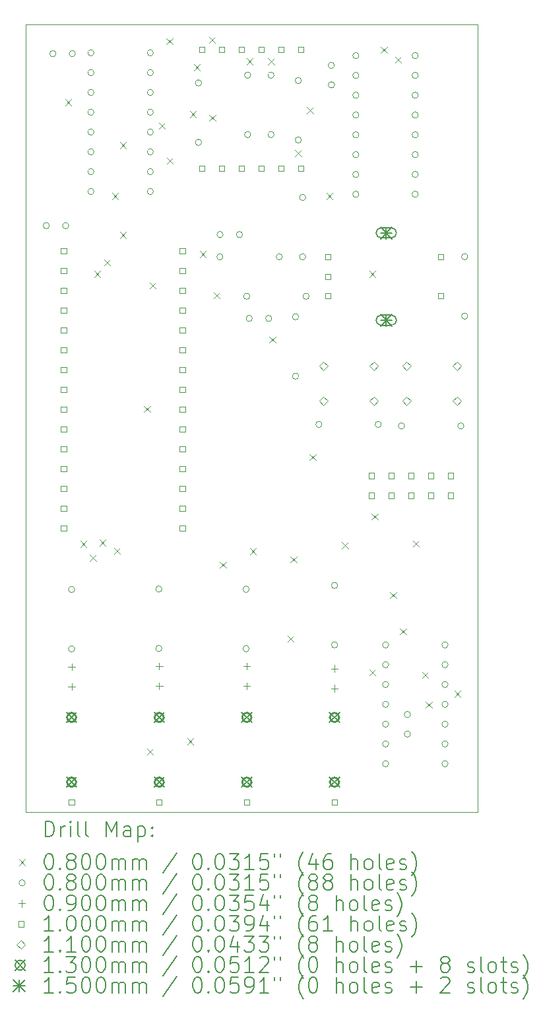
<source format=gbr>
%FSLAX45Y45*%
G04 Gerber Fmt 4.5, Leading zero omitted, Abs format (unit mm)*
G04 Created by KiCad (PCBNEW (6.0.1)) date 2022-12-13 14:11:29*
%MOMM*%
%LPD*%
G01*
G04 APERTURE LIST*
%TA.AperFunction,Profile*%
%ADD10C,0.100000*%
%TD*%
%ADD11C,0.200000*%
%ADD12C,0.080000*%
%ADD13C,0.090000*%
%ADD14C,0.100000*%
%ADD15C,0.110000*%
%ADD16C,0.130000*%
%ADD17C,0.150000*%
G04 APERTURE END LIST*
D10*
X2000000Y-2000000D02*
X7800000Y-2000000D01*
X7800000Y-2000000D02*
X7800000Y-12100000D01*
X7800000Y-12100000D02*
X2000000Y-12100000D01*
X2000000Y-12100000D02*
X2000000Y-2000000D01*
D11*
D12*
X2510000Y-2960000D02*
X2590000Y-3040000D01*
X2590000Y-2960000D02*
X2510000Y-3040000D01*
X2702550Y-8621400D02*
X2782550Y-8701400D01*
X2782550Y-8621400D02*
X2702550Y-8701400D01*
X2825000Y-8800000D02*
X2905000Y-8880000D01*
X2905000Y-8800000D02*
X2825000Y-8880000D01*
X2881297Y-5160585D02*
X2961297Y-5240585D01*
X2961297Y-5160585D02*
X2881297Y-5240585D01*
X2950000Y-8605000D02*
X3030000Y-8685000D01*
X3030000Y-8605000D02*
X2950000Y-8685000D01*
X3007550Y-5010000D02*
X3087550Y-5090000D01*
X3087550Y-5010000D02*
X3007550Y-5090000D01*
X3110000Y-4160000D02*
X3190000Y-4240000D01*
X3190000Y-4160000D02*
X3110000Y-4240000D01*
X3135000Y-8710000D02*
X3215000Y-8790000D01*
X3215000Y-8710000D02*
X3135000Y-8790000D01*
X3210000Y-3510000D02*
X3290000Y-3590000D01*
X3290000Y-3510000D02*
X3210000Y-3590000D01*
X3210000Y-4660000D02*
X3290000Y-4740000D01*
X3290000Y-4660000D02*
X3210000Y-4740000D01*
X3520000Y-6890000D02*
X3600000Y-6970000D01*
X3600000Y-6890000D02*
X3520000Y-6970000D01*
X3560000Y-11285000D02*
X3640000Y-11365000D01*
X3640000Y-11285000D02*
X3560000Y-11365000D01*
X3590000Y-5310000D02*
X3670000Y-5390000D01*
X3670000Y-5310000D02*
X3590000Y-5390000D01*
X3710000Y-3260000D02*
X3790000Y-3340000D01*
X3790000Y-3260000D02*
X3710000Y-3340000D01*
X3807177Y-2177450D02*
X3887177Y-2257450D01*
X3887177Y-2177450D02*
X3807177Y-2257450D01*
X3810000Y-3710000D02*
X3890000Y-3790000D01*
X3890000Y-3710000D02*
X3810000Y-3790000D01*
X4075000Y-11155000D02*
X4155000Y-11235000D01*
X4155000Y-11155000D02*
X4075000Y-11235000D01*
X4110000Y-3110000D02*
X4190000Y-3190000D01*
X4190000Y-3110000D02*
X4110000Y-3190000D01*
X4160000Y-2510000D02*
X4240000Y-2590000D01*
X4240000Y-2510000D02*
X4160000Y-2590000D01*
X4235000Y-4905000D02*
X4315000Y-4985000D01*
X4315000Y-4905000D02*
X4235000Y-4985000D01*
X4354200Y-2157100D02*
X4434200Y-2237100D01*
X4434200Y-2157100D02*
X4354200Y-2237100D01*
X4360000Y-3160000D02*
X4440000Y-3240000D01*
X4440000Y-3160000D02*
X4360000Y-3240000D01*
X4415000Y-5435000D02*
X4495000Y-5515000D01*
X4495000Y-5435000D02*
X4415000Y-5515000D01*
X4495000Y-8890000D02*
X4575000Y-8970000D01*
X4575000Y-8890000D02*
X4495000Y-8970000D01*
X4835000Y-2435000D02*
X4915000Y-2515000D01*
X4915000Y-2435000D02*
X4835000Y-2515000D01*
X4880000Y-8715000D02*
X4960000Y-8795000D01*
X4960000Y-8715000D02*
X4880000Y-8795000D01*
X5110000Y-2435000D02*
X5190000Y-2515000D01*
X5190000Y-2435000D02*
X5110000Y-2515000D01*
X5130000Y-6005000D02*
X5210000Y-6085000D01*
X5210000Y-6005000D02*
X5130000Y-6085000D01*
X5360000Y-9840000D02*
X5440000Y-9920000D01*
X5440000Y-9840000D02*
X5360000Y-9920000D01*
X5400000Y-8820000D02*
X5480000Y-8900000D01*
X5480000Y-8820000D02*
X5400000Y-8900000D01*
X5460000Y-3610000D02*
X5540000Y-3690000D01*
X5540000Y-3610000D02*
X5460000Y-3690000D01*
X5610000Y-3060000D02*
X5690000Y-3140000D01*
X5690000Y-3060000D02*
X5610000Y-3140000D01*
X5645000Y-7510000D02*
X5725000Y-7590000D01*
X5725000Y-7510000D02*
X5645000Y-7590000D01*
X5860000Y-4160000D02*
X5940000Y-4240000D01*
X5940000Y-4160000D02*
X5860000Y-4240000D01*
X6060000Y-8640000D02*
X6140000Y-8720000D01*
X6140000Y-8640000D02*
X6060000Y-8720000D01*
X6410000Y-5160000D02*
X6490000Y-5240000D01*
X6490000Y-5160000D02*
X6410000Y-5240000D01*
X6410000Y-10270000D02*
X6490000Y-10350000D01*
X6490000Y-10270000D02*
X6410000Y-10350000D01*
X6440000Y-8270000D02*
X6520000Y-8350000D01*
X6520000Y-8270000D02*
X6440000Y-8350000D01*
X6560000Y-2285000D02*
X6640000Y-2365000D01*
X6640000Y-2285000D02*
X6560000Y-2365000D01*
X6680000Y-9280000D02*
X6760000Y-9360000D01*
X6760000Y-9280000D02*
X6680000Y-9360000D01*
X6741486Y-2412162D02*
X6821486Y-2492162D01*
X6821486Y-2412162D02*
X6741486Y-2492162D01*
X6805000Y-9745000D02*
X6885000Y-9825000D01*
X6885000Y-9745000D02*
X6805000Y-9825000D01*
X6970000Y-8620000D02*
X7050000Y-8700000D01*
X7050000Y-8620000D02*
X6970000Y-8700000D01*
X7090000Y-10305000D02*
X7170000Y-10385000D01*
X7170000Y-10305000D02*
X7090000Y-10385000D01*
X7135000Y-10685000D02*
X7215000Y-10765000D01*
X7215000Y-10685000D02*
X7135000Y-10765000D01*
X7505000Y-10545000D02*
X7585000Y-10625000D01*
X7585000Y-10545000D02*
X7505000Y-10625000D01*
X2305000Y-4580000D02*
G75*
G03*
X2305000Y-4580000I-40000J0D01*
G01*
X2390000Y-2375000D02*
G75*
G03*
X2390000Y-2375000I-40000J0D01*
G01*
X2555000Y-4580000D02*
G75*
G03*
X2555000Y-4580000I-40000J0D01*
G01*
X2630800Y-9245600D02*
G75*
G03*
X2630800Y-9245600I-40000J0D01*
G01*
X2630800Y-10007600D02*
G75*
G03*
X2630800Y-10007600I-40000J0D01*
G01*
X2640000Y-2375000D02*
G75*
G03*
X2640000Y-2375000I-40000J0D01*
G01*
X2878000Y-2363700D02*
G75*
G03*
X2878000Y-2363700I-40000J0D01*
G01*
X2878000Y-2617700D02*
G75*
G03*
X2878000Y-2617700I-40000J0D01*
G01*
X2878000Y-2871700D02*
G75*
G03*
X2878000Y-2871700I-40000J0D01*
G01*
X2878000Y-3125700D02*
G75*
G03*
X2878000Y-3125700I-40000J0D01*
G01*
X2878000Y-3379700D02*
G75*
G03*
X2878000Y-3379700I-40000J0D01*
G01*
X2878000Y-3633700D02*
G75*
G03*
X2878000Y-3633700I-40000J0D01*
G01*
X2878000Y-3887700D02*
G75*
G03*
X2878000Y-3887700I-40000J0D01*
G01*
X2878000Y-4141700D02*
G75*
G03*
X2878000Y-4141700I-40000J0D01*
G01*
X3640000Y-2363700D02*
G75*
G03*
X3640000Y-2363700I-40000J0D01*
G01*
X3640000Y-2617700D02*
G75*
G03*
X3640000Y-2617700I-40000J0D01*
G01*
X3640000Y-2871700D02*
G75*
G03*
X3640000Y-2871700I-40000J0D01*
G01*
X3640000Y-3125700D02*
G75*
G03*
X3640000Y-3125700I-40000J0D01*
G01*
X3640000Y-3379700D02*
G75*
G03*
X3640000Y-3379700I-40000J0D01*
G01*
X3640000Y-3633700D02*
G75*
G03*
X3640000Y-3633700I-40000J0D01*
G01*
X3640000Y-3887700D02*
G75*
G03*
X3640000Y-3887700I-40000J0D01*
G01*
X3640000Y-4141700D02*
G75*
G03*
X3640000Y-4141700I-40000J0D01*
G01*
X3750000Y-9240000D02*
G75*
G03*
X3750000Y-9240000I-40000J0D01*
G01*
X3750000Y-10002000D02*
G75*
G03*
X3750000Y-10002000I-40000J0D01*
G01*
X4259000Y-2750000D02*
G75*
G03*
X4259000Y-2750000I-40000J0D01*
G01*
X4259000Y-3512000D02*
G75*
G03*
X4259000Y-3512000I-40000J0D01*
G01*
X4534000Y-4980000D02*
G75*
G03*
X4534000Y-4980000I-40000J0D01*
G01*
X4535000Y-4695000D02*
G75*
G03*
X4535000Y-4695000I-40000J0D01*
G01*
X4785000Y-4695000D02*
G75*
G03*
X4785000Y-4695000I-40000J0D01*
G01*
X4870000Y-9243000D02*
G75*
G03*
X4870000Y-9243000I-40000J0D01*
G01*
X4870000Y-10005000D02*
G75*
G03*
X4870000Y-10005000I-40000J0D01*
G01*
X4878000Y-5485000D02*
G75*
G03*
X4878000Y-5485000I-40000J0D01*
G01*
X4890000Y-2650000D02*
G75*
G03*
X4890000Y-2650000I-40000J0D01*
G01*
X4890000Y-3412000D02*
G75*
G03*
X4890000Y-3412000I-40000J0D01*
G01*
X4910000Y-5770000D02*
G75*
G03*
X4910000Y-5770000I-40000J0D01*
G01*
X5160000Y-5770000D02*
G75*
G03*
X5160000Y-5770000I-40000J0D01*
G01*
X5190000Y-2650000D02*
G75*
G03*
X5190000Y-2650000I-40000J0D01*
G01*
X5190000Y-3412000D02*
G75*
G03*
X5190000Y-3412000I-40000J0D01*
G01*
X5296000Y-4980000D02*
G75*
G03*
X5296000Y-4980000I-40000J0D01*
G01*
X5505000Y-5749000D02*
G75*
G03*
X5505000Y-5749000I-40000J0D01*
G01*
X5505000Y-6511000D02*
G75*
G03*
X5505000Y-6511000I-40000J0D01*
G01*
X5540000Y-2719000D02*
G75*
G03*
X5540000Y-2719000I-40000J0D01*
G01*
X5540000Y-3481000D02*
G75*
G03*
X5540000Y-3481000I-40000J0D01*
G01*
X5595000Y-4218000D02*
G75*
G03*
X5595000Y-4218000I-40000J0D01*
G01*
X5595000Y-4980000D02*
G75*
G03*
X5595000Y-4980000I-40000J0D01*
G01*
X5640000Y-5485000D02*
G75*
G03*
X5640000Y-5485000I-40000J0D01*
G01*
X5804000Y-7130000D02*
G75*
G03*
X5804000Y-7130000I-40000J0D01*
G01*
X5965000Y-2525000D02*
G75*
G03*
X5965000Y-2525000I-40000J0D01*
G01*
X5965000Y-2775000D02*
G75*
G03*
X5965000Y-2775000I-40000J0D01*
G01*
X6005000Y-9194800D02*
G75*
G03*
X6005000Y-9194800I-40000J0D01*
G01*
X6005000Y-9956800D02*
G75*
G03*
X6005000Y-9956800I-40000J0D01*
G01*
X6278000Y-2400000D02*
G75*
G03*
X6278000Y-2400000I-40000J0D01*
G01*
X6278000Y-2654000D02*
G75*
G03*
X6278000Y-2654000I-40000J0D01*
G01*
X6278000Y-2908000D02*
G75*
G03*
X6278000Y-2908000I-40000J0D01*
G01*
X6278000Y-3162000D02*
G75*
G03*
X6278000Y-3162000I-40000J0D01*
G01*
X6278000Y-3416000D02*
G75*
G03*
X6278000Y-3416000I-40000J0D01*
G01*
X6278000Y-3670000D02*
G75*
G03*
X6278000Y-3670000I-40000J0D01*
G01*
X6278000Y-3924000D02*
G75*
G03*
X6278000Y-3924000I-40000J0D01*
G01*
X6278000Y-4178000D02*
G75*
G03*
X6278000Y-4178000I-40000J0D01*
G01*
X6566000Y-7130000D02*
G75*
G03*
X6566000Y-7130000I-40000J0D01*
G01*
X6660000Y-9956000D02*
G75*
G03*
X6660000Y-9956000I-40000J0D01*
G01*
X6660000Y-10210000D02*
G75*
G03*
X6660000Y-10210000I-40000J0D01*
G01*
X6660000Y-10464000D02*
G75*
G03*
X6660000Y-10464000I-40000J0D01*
G01*
X6660000Y-10718000D02*
G75*
G03*
X6660000Y-10718000I-40000J0D01*
G01*
X6660000Y-10972000D02*
G75*
G03*
X6660000Y-10972000I-40000J0D01*
G01*
X6660000Y-11226000D02*
G75*
G03*
X6660000Y-11226000I-40000J0D01*
G01*
X6660000Y-11480000D02*
G75*
G03*
X6660000Y-11480000I-40000J0D01*
G01*
X6864000Y-7150000D02*
G75*
G03*
X6864000Y-7150000I-40000J0D01*
G01*
X6940000Y-10850000D02*
G75*
G03*
X6940000Y-10850000I-40000J0D01*
G01*
X6940000Y-11100000D02*
G75*
G03*
X6940000Y-11100000I-40000J0D01*
G01*
X7040000Y-2400000D02*
G75*
G03*
X7040000Y-2400000I-40000J0D01*
G01*
X7040000Y-2654000D02*
G75*
G03*
X7040000Y-2654000I-40000J0D01*
G01*
X7040000Y-2908000D02*
G75*
G03*
X7040000Y-2908000I-40000J0D01*
G01*
X7040000Y-3162000D02*
G75*
G03*
X7040000Y-3162000I-40000J0D01*
G01*
X7040000Y-3416000D02*
G75*
G03*
X7040000Y-3416000I-40000J0D01*
G01*
X7040000Y-3670000D02*
G75*
G03*
X7040000Y-3670000I-40000J0D01*
G01*
X7040000Y-3924000D02*
G75*
G03*
X7040000Y-3924000I-40000J0D01*
G01*
X7040000Y-4178000D02*
G75*
G03*
X7040000Y-4178000I-40000J0D01*
G01*
X7422000Y-9956000D02*
G75*
G03*
X7422000Y-9956000I-40000J0D01*
G01*
X7422000Y-10210000D02*
G75*
G03*
X7422000Y-10210000I-40000J0D01*
G01*
X7422000Y-10464000D02*
G75*
G03*
X7422000Y-10464000I-40000J0D01*
G01*
X7422000Y-10718000D02*
G75*
G03*
X7422000Y-10718000I-40000J0D01*
G01*
X7422000Y-10972000D02*
G75*
G03*
X7422000Y-10972000I-40000J0D01*
G01*
X7422000Y-11226000D02*
G75*
G03*
X7422000Y-11226000I-40000J0D01*
G01*
X7422000Y-11480000D02*
G75*
G03*
X7422000Y-11480000I-40000J0D01*
G01*
X7626000Y-7150000D02*
G75*
G03*
X7626000Y-7150000I-40000J0D01*
G01*
X7675000Y-4979000D02*
G75*
G03*
X7675000Y-4979000I-40000J0D01*
G01*
X7675000Y-5741000D02*
G75*
G03*
X7675000Y-5741000I-40000J0D01*
G01*
D13*
X2590800Y-10191700D02*
X2590800Y-10281700D01*
X2545800Y-10236700D02*
X2635800Y-10236700D01*
X2590800Y-10445700D02*
X2590800Y-10535700D01*
X2545800Y-10490700D02*
X2635800Y-10490700D01*
X3715000Y-10186000D02*
X3715000Y-10276000D01*
X3670000Y-10231000D02*
X3760000Y-10231000D01*
X3715000Y-10440000D02*
X3715000Y-10530000D01*
X3670000Y-10485000D02*
X3760000Y-10485000D01*
X4840000Y-10186000D02*
X4840000Y-10276000D01*
X4795000Y-10231000D02*
X4885000Y-10231000D01*
X4840000Y-10440000D02*
X4840000Y-10530000D01*
X4795000Y-10485000D02*
X4885000Y-10485000D01*
X5965000Y-10216000D02*
X5965000Y-10306000D01*
X5920000Y-10261000D02*
X6010000Y-10261000D01*
X5965000Y-10470000D02*
X5965000Y-10560000D01*
X5920000Y-10515000D02*
X6010000Y-10515000D01*
D14*
X2523556Y-4937556D02*
X2523556Y-4866844D01*
X2452844Y-4866844D01*
X2452844Y-4937556D01*
X2523556Y-4937556D01*
X2523556Y-5191556D02*
X2523556Y-5120844D01*
X2452844Y-5120844D01*
X2452844Y-5191556D01*
X2523556Y-5191556D01*
X2523556Y-5445556D02*
X2523556Y-5374844D01*
X2452844Y-5374844D01*
X2452844Y-5445556D01*
X2523556Y-5445556D01*
X2523556Y-5699556D02*
X2523556Y-5628844D01*
X2452844Y-5628844D01*
X2452844Y-5699556D01*
X2523556Y-5699556D01*
X2523556Y-5953556D02*
X2523556Y-5882844D01*
X2452844Y-5882844D01*
X2452844Y-5953556D01*
X2523556Y-5953556D01*
X2523556Y-6207556D02*
X2523556Y-6136844D01*
X2452844Y-6136844D01*
X2452844Y-6207556D01*
X2523556Y-6207556D01*
X2523556Y-6461556D02*
X2523556Y-6390844D01*
X2452844Y-6390844D01*
X2452844Y-6461556D01*
X2523556Y-6461556D01*
X2523556Y-6715556D02*
X2523556Y-6644844D01*
X2452844Y-6644844D01*
X2452844Y-6715556D01*
X2523556Y-6715556D01*
X2523556Y-6969556D02*
X2523556Y-6898844D01*
X2452844Y-6898844D01*
X2452844Y-6969556D01*
X2523556Y-6969556D01*
X2523556Y-7223556D02*
X2523556Y-7152844D01*
X2452844Y-7152844D01*
X2452844Y-7223556D01*
X2523556Y-7223556D01*
X2523556Y-7477556D02*
X2523556Y-7406844D01*
X2452844Y-7406844D01*
X2452844Y-7477556D01*
X2523556Y-7477556D01*
X2523556Y-7731556D02*
X2523556Y-7660844D01*
X2452844Y-7660844D01*
X2452844Y-7731556D01*
X2523556Y-7731556D01*
X2523556Y-7985556D02*
X2523556Y-7914844D01*
X2452844Y-7914844D01*
X2452844Y-7985556D01*
X2523556Y-7985556D01*
X2523556Y-8239556D02*
X2523556Y-8168844D01*
X2452844Y-8168844D01*
X2452844Y-8239556D01*
X2523556Y-8239556D01*
X2523556Y-8493556D02*
X2523556Y-8422844D01*
X2452844Y-8422844D01*
X2452844Y-8493556D01*
X2523556Y-8493556D01*
X2626156Y-12008556D02*
X2626156Y-11937844D01*
X2555444Y-11937844D01*
X2555444Y-12008556D01*
X2626156Y-12008556D01*
X3750356Y-12008556D02*
X3750356Y-11937844D01*
X3679644Y-11937844D01*
X3679644Y-12008556D01*
X3750356Y-12008556D01*
X4047556Y-4937556D02*
X4047556Y-4866844D01*
X3976844Y-4866844D01*
X3976844Y-4937556D01*
X4047556Y-4937556D01*
X4047556Y-5191556D02*
X4047556Y-5120844D01*
X3976844Y-5120844D01*
X3976844Y-5191556D01*
X4047556Y-5191556D01*
X4047556Y-5445556D02*
X4047556Y-5374844D01*
X3976844Y-5374844D01*
X3976844Y-5445556D01*
X4047556Y-5445556D01*
X4047556Y-5699556D02*
X4047556Y-5628844D01*
X3976844Y-5628844D01*
X3976844Y-5699556D01*
X4047556Y-5699556D01*
X4047556Y-5953556D02*
X4047556Y-5882844D01*
X3976844Y-5882844D01*
X3976844Y-5953556D01*
X4047556Y-5953556D01*
X4047556Y-6207556D02*
X4047556Y-6136844D01*
X3976844Y-6136844D01*
X3976844Y-6207556D01*
X4047556Y-6207556D01*
X4047556Y-6461556D02*
X4047556Y-6390844D01*
X3976844Y-6390844D01*
X3976844Y-6461556D01*
X4047556Y-6461556D01*
X4047556Y-6715556D02*
X4047556Y-6644844D01*
X3976844Y-6644844D01*
X3976844Y-6715556D01*
X4047556Y-6715556D01*
X4047556Y-6969556D02*
X4047556Y-6898844D01*
X3976844Y-6898844D01*
X3976844Y-6969556D01*
X4047556Y-6969556D01*
X4047556Y-7223556D02*
X4047556Y-7152844D01*
X3976844Y-7152844D01*
X3976844Y-7223556D01*
X4047556Y-7223556D01*
X4047556Y-7477556D02*
X4047556Y-7406844D01*
X3976844Y-7406844D01*
X3976844Y-7477556D01*
X4047556Y-7477556D01*
X4047556Y-7731556D02*
X4047556Y-7660844D01*
X3976844Y-7660844D01*
X3976844Y-7731556D01*
X4047556Y-7731556D01*
X4047556Y-7985556D02*
X4047556Y-7914844D01*
X3976844Y-7914844D01*
X3976844Y-7985556D01*
X4047556Y-7985556D01*
X4047556Y-8239556D02*
X4047556Y-8168844D01*
X3976844Y-8168844D01*
X3976844Y-8239556D01*
X4047556Y-8239556D01*
X4047556Y-8493556D02*
X4047556Y-8422844D01*
X3976844Y-8422844D01*
X3976844Y-8493556D01*
X4047556Y-8493556D01*
X4300356Y-2359106D02*
X4300356Y-2288394D01*
X4229644Y-2288394D01*
X4229644Y-2359106D01*
X4300356Y-2359106D01*
X4300356Y-3883106D02*
X4300356Y-3812394D01*
X4229644Y-3812394D01*
X4229644Y-3883106D01*
X4300356Y-3883106D01*
X4554356Y-2359106D02*
X4554356Y-2288394D01*
X4483644Y-2288394D01*
X4483644Y-2359106D01*
X4554356Y-2359106D01*
X4554356Y-3883106D02*
X4554356Y-3812394D01*
X4483644Y-3812394D01*
X4483644Y-3883106D01*
X4554356Y-3883106D01*
X4808356Y-2359106D02*
X4808356Y-2288394D01*
X4737644Y-2288394D01*
X4737644Y-2359106D01*
X4808356Y-2359106D01*
X4808356Y-3883106D02*
X4808356Y-3812394D01*
X4737644Y-3812394D01*
X4737644Y-3883106D01*
X4808356Y-3883106D01*
X4875356Y-12008556D02*
X4875356Y-11937844D01*
X4804644Y-11937844D01*
X4804644Y-12008556D01*
X4875356Y-12008556D01*
X5062356Y-2359106D02*
X5062356Y-2288394D01*
X4991644Y-2288394D01*
X4991644Y-2359106D01*
X5062356Y-2359106D01*
X5062356Y-3883106D02*
X5062356Y-3812394D01*
X4991644Y-3812394D01*
X4991644Y-3883106D01*
X5062356Y-3883106D01*
X5316356Y-2359106D02*
X5316356Y-2288394D01*
X5245644Y-2288394D01*
X5245644Y-2359106D01*
X5316356Y-2359106D01*
X5316356Y-3883106D02*
X5316356Y-3812394D01*
X5245644Y-3812394D01*
X5245644Y-3883106D01*
X5316356Y-3883106D01*
X5570356Y-2359106D02*
X5570356Y-2288394D01*
X5499644Y-2288394D01*
X5499644Y-2359106D01*
X5570356Y-2359106D01*
X5570356Y-3883106D02*
X5570356Y-3812394D01*
X5499644Y-3812394D01*
X5499644Y-3883106D01*
X5570356Y-3883106D01*
X5914356Y-5017756D02*
X5914356Y-4947044D01*
X5843644Y-4947044D01*
X5843644Y-5017756D01*
X5914356Y-5017756D01*
X5914356Y-5267756D02*
X5914356Y-5197044D01*
X5843644Y-5197044D01*
X5843644Y-5267756D01*
X5914356Y-5267756D01*
X5914356Y-5517756D02*
X5914356Y-5447044D01*
X5843644Y-5447044D01*
X5843644Y-5517756D01*
X5914356Y-5517756D01*
X6000356Y-12008556D02*
X6000356Y-11937844D01*
X5929644Y-11937844D01*
X5929644Y-12008556D01*
X6000356Y-12008556D01*
X6475356Y-7822856D02*
X6475356Y-7752144D01*
X6404644Y-7752144D01*
X6404644Y-7822856D01*
X6475356Y-7822856D01*
X6475356Y-8076856D02*
X6475356Y-8006144D01*
X6404644Y-8006144D01*
X6404644Y-8076856D01*
X6475356Y-8076856D01*
X6729356Y-7822856D02*
X6729356Y-7752144D01*
X6658644Y-7752144D01*
X6658644Y-7822856D01*
X6729356Y-7822856D01*
X6729356Y-8076856D02*
X6729356Y-8006144D01*
X6658644Y-8006144D01*
X6658644Y-8076856D01*
X6729356Y-8076856D01*
X6983356Y-7822856D02*
X6983356Y-7752144D01*
X6912644Y-7752144D01*
X6912644Y-7822856D01*
X6983356Y-7822856D01*
X6983356Y-8076856D02*
X6983356Y-8006144D01*
X6912644Y-8006144D01*
X6912644Y-8076856D01*
X6983356Y-8076856D01*
X7237356Y-7822856D02*
X7237356Y-7752144D01*
X7166644Y-7752144D01*
X7166644Y-7822856D01*
X7237356Y-7822856D01*
X7237356Y-8076856D02*
X7237356Y-8006144D01*
X7166644Y-8006144D01*
X7166644Y-8076856D01*
X7237356Y-8076856D01*
X7364356Y-5017756D02*
X7364356Y-4947044D01*
X7293644Y-4947044D01*
X7293644Y-5017756D01*
X7364356Y-5017756D01*
X7364356Y-5517756D02*
X7364356Y-5447044D01*
X7293644Y-5447044D01*
X7293644Y-5517756D01*
X7364356Y-5517756D01*
X7491356Y-7822856D02*
X7491356Y-7752144D01*
X7420644Y-7752144D01*
X7420644Y-7822856D01*
X7491356Y-7822856D01*
X7491356Y-8076856D02*
X7491356Y-8006144D01*
X7420644Y-8006144D01*
X7420644Y-8076856D01*
X7491356Y-8076856D01*
D15*
X5821800Y-6434000D02*
X5876800Y-6379000D01*
X5821800Y-6324000D01*
X5766800Y-6379000D01*
X5821800Y-6434000D01*
X5821800Y-6884000D02*
X5876800Y-6829000D01*
X5821800Y-6774000D01*
X5766800Y-6829000D01*
X5821800Y-6884000D01*
X6471800Y-6434000D02*
X6526800Y-6379000D01*
X6471800Y-6324000D01*
X6416800Y-6379000D01*
X6471800Y-6434000D01*
X6471800Y-6884000D02*
X6526800Y-6829000D01*
X6471800Y-6774000D01*
X6416800Y-6829000D01*
X6471800Y-6884000D01*
X6888600Y-6434000D02*
X6943600Y-6379000D01*
X6888600Y-6324000D01*
X6833600Y-6379000D01*
X6888600Y-6434000D01*
X6888600Y-6884000D02*
X6943600Y-6829000D01*
X6888600Y-6774000D01*
X6833600Y-6829000D01*
X6888600Y-6884000D01*
X7538600Y-6434000D02*
X7593600Y-6379000D01*
X7538600Y-6324000D01*
X7483600Y-6379000D01*
X7538600Y-6434000D01*
X7538600Y-6884000D02*
X7593600Y-6829000D01*
X7538600Y-6774000D01*
X7483600Y-6829000D01*
X7538600Y-6884000D01*
D16*
X2525800Y-10822200D02*
X2655800Y-10952200D01*
X2655800Y-10822200D02*
X2525800Y-10952200D01*
X2655800Y-10887200D02*
G75*
G03*
X2655800Y-10887200I-65000J0D01*
G01*
D11*
X2590800Y-10942200D02*
X2590800Y-10942200D01*
X2590800Y-10832200D02*
X2590800Y-10832200D01*
X2590800Y-10942200D02*
G75*
G03*
X2590800Y-10832200I0J55000D01*
G01*
X2590800Y-10832200D02*
G75*
G03*
X2590800Y-10942200I0J-55000D01*
G01*
D16*
X2525800Y-11652200D02*
X2655800Y-11782200D01*
X2655800Y-11652200D02*
X2525800Y-11782200D01*
X2655800Y-11717200D02*
G75*
G03*
X2655800Y-11717200I-65000J0D01*
G01*
D11*
X2590800Y-11772200D02*
X2590800Y-11772200D01*
X2590800Y-11662200D02*
X2590800Y-11662200D01*
X2590800Y-11772200D02*
G75*
G03*
X2590800Y-11662200I0J55000D01*
G01*
X2590800Y-11662200D02*
G75*
G03*
X2590800Y-11772200I0J-55000D01*
G01*
D16*
X3650000Y-10822200D02*
X3780000Y-10952200D01*
X3780000Y-10822200D02*
X3650000Y-10952200D01*
X3780000Y-10887200D02*
G75*
G03*
X3780000Y-10887200I-65000J0D01*
G01*
D11*
X3715000Y-10942200D02*
X3715000Y-10942200D01*
X3715000Y-10832200D02*
X3715000Y-10832200D01*
X3715000Y-10942200D02*
G75*
G03*
X3715000Y-10832200I0J55000D01*
G01*
X3715000Y-10832200D02*
G75*
G03*
X3715000Y-10942200I0J-55000D01*
G01*
D16*
X3650000Y-11652200D02*
X3780000Y-11782200D01*
X3780000Y-11652200D02*
X3650000Y-11782200D01*
X3780000Y-11717200D02*
G75*
G03*
X3780000Y-11717200I-65000J0D01*
G01*
D11*
X3715000Y-11772200D02*
X3715000Y-11772200D01*
X3715000Y-11662200D02*
X3715000Y-11662200D01*
X3715000Y-11772200D02*
G75*
G03*
X3715000Y-11662200I0J55000D01*
G01*
X3715000Y-11662200D02*
G75*
G03*
X3715000Y-11772200I0J-55000D01*
G01*
D16*
X4775000Y-10822200D02*
X4905000Y-10952200D01*
X4905000Y-10822200D02*
X4775000Y-10952200D01*
X4905000Y-10887200D02*
G75*
G03*
X4905000Y-10887200I-65000J0D01*
G01*
D11*
X4840000Y-10942200D02*
X4840000Y-10942200D01*
X4840000Y-10832200D02*
X4840000Y-10832200D01*
X4840000Y-10942200D02*
G75*
G03*
X4840000Y-10832200I0J55000D01*
G01*
X4840000Y-10832200D02*
G75*
G03*
X4840000Y-10942200I0J-55000D01*
G01*
D16*
X4775000Y-11652200D02*
X4905000Y-11782200D01*
X4905000Y-11652200D02*
X4775000Y-11782200D01*
X4905000Y-11717200D02*
G75*
G03*
X4905000Y-11717200I-65000J0D01*
G01*
D11*
X4840000Y-11772200D02*
X4840000Y-11772200D01*
X4840000Y-11662200D02*
X4840000Y-11662200D01*
X4840000Y-11772200D02*
G75*
G03*
X4840000Y-11662200I0J55000D01*
G01*
X4840000Y-11662200D02*
G75*
G03*
X4840000Y-11772200I0J-55000D01*
G01*
D16*
X5900000Y-10822200D02*
X6030000Y-10952200D01*
X6030000Y-10822200D02*
X5900000Y-10952200D01*
X6030000Y-10887200D02*
G75*
G03*
X6030000Y-10887200I-65000J0D01*
G01*
D11*
X5965000Y-10942200D02*
X5965000Y-10942200D01*
X5965000Y-10832200D02*
X5965000Y-10832200D01*
X5965000Y-10942200D02*
G75*
G03*
X5965000Y-10832200I0J55000D01*
G01*
X5965000Y-10832200D02*
G75*
G03*
X5965000Y-10942200I0J-55000D01*
G01*
D16*
X5900000Y-11652200D02*
X6030000Y-11782200D01*
X6030000Y-11652200D02*
X5900000Y-11782200D01*
X6030000Y-11717200D02*
G75*
G03*
X6030000Y-11717200I-65000J0D01*
G01*
D11*
X5965000Y-11772200D02*
X5965000Y-11772200D01*
X5965000Y-11662200D02*
X5965000Y-11662200D01*
X5965000Y-11772200D02*
G75*
G03*
X5965000Y-11662200I0J55000D01*
G01*
X5965000Y-11662200D02*
G75*
G03*
X5965000Y-11772200I0J-55000D01*
G01*
D17*
X6554000Y-4597400D02*
X6704000Y-4747400D01*
X6704000Y-4597400D02*
X6554000Y-4747400D01*
X6629000Y-4597400D02*
X6629000Y-4747400D01*
X6554000Y-4672400D02*
X6704000Y-4672400D01*
D11*
X6564000Y-4737400D02*
X6694000Y-4737400D01*
X6564000Y-4607400D02*
X6694000Y-4607400D01*
X6694000Y-4737400D02*
G75*
G03*
X6694000Y-4607400I0J65000D01*
G01*
X6564000Y-4607400D02*
G75*
G03*
X6564000Y-4737400I0J-65000D01*
G01*
D17*
X6554000Y-5717400D02*
X6704000Y-5867400D01*
X6704000Y-5717400D02*
X6554000Y-5867400D01*
X6629000Y-5717400D02*
X6629000Y-5867400D01*
X6554000Y-5792400D02*
X6704000Y-5792400D01*
D11*
X6564000Y-5857400D02*
X6694000Y-5857400D01*
X6564000Y-5727400D02*
X6694000Y-5727400D01*
X6694000Y-5857400D02*
G75*
G03*
X6694000Y-5727400I0J65000D01*
G01*
X6564000Y-5727400D02*
G75*
G03*
X6564000Y-5857400I0J-65000D01*
G01*
X2252619Y-12415476D02*
X2252619Y-12215476D01*
X2300238Y-12215476D01*
X2328810Y-12225000D01*
X2347857Y-12244048D01*
X2357381Y-12263095D01*
X2366905Y-12301190D01*
X2366905Y-12329762D01*
X2357381Y-12367857D01*
X2347857Y-12386905D01*
X2328810Y-12405952D01*
X2300238Y-12415476D01*
X2252619Y-12415476D01*
X2452619Y-12415476D02*
X2452619Y-12282143D01*
X2452619Y-12320238D02*
X2462143Y-12301190D01*
X2471667Y-12291667D01*
X2490714Y-12282143D01*
X2509762Y-12282143D01*
X2576429Y-12415476D02*
X2576429Y-12282143D01*
X2576429Y-12215476D02*
X2566905Y-12225000D01*
X2576429Y-12234524D01*
X2585952Y-12225000D01*
X2576429Y-12215476D01*
X2576429Y-12234524D01*
X2700238Y-12415476D02*
X2681190Y-12405952D01*
X2671667Y-12386905D01*
X2671667Y-12215476D01*
X2805000Y-12415476D02*
X2785952Y-12405952D01*
X2776429Y-12386905D01*
X2776429Y-12215476D01*
X3033571Y-12415476D02*
X3033571Y-12215476D01*
X3100238Y-12358333D01*
X3166905Y-12215476D01*
X3166905Y-12415476D01*
X3347857Y-12415476D02*
X3347857Y-12310714D01*
X3338333Y-12291667D01*
X3319286Y-12282143D01*
X3281190Y-12282143D01*
X3262143Y-12291667D01*
X3347857Y-12405952D02*
X3328809Y-12415476D01*
X3281190Y-12415476D01*
X3262143Y-12405952D01*
X3252619Y-12386905D01*
X3252619Y-12367857D01*
X3262143Y-12348809D01*
X3281190Y-12339286D01*
X3328809Y-12339286D01*
X3347857Y-12329762D01*
X3443095Y-12282143D02*
X3443095Y-12482143D01*
X3443095Y-12291667D02*
X3462143Y-12282143D01*
X3500238Y-12282143D01*
X3519286Y-12291667D01*
X3528809Y-12301190D01*
X3538333Y-12320238D01*
X3538333Y-12377381D01*
X3528809Y-12396428D01*
X3519286Y-12405952D01*
X3500238Y-12415476D01*
X3462143Y-12415476D01*
X3443095Y-12405952D01*
X3624048Y-12396428D02*
X3633571Y-12405952D01*
X3624048Y-12415476D01*
X3614524Y-12405952D01*
X3624048Y-12396428D01*
X3624048Y-12415476D01*
X3624048Y-12291667D02*
X3633571Y-12301190D01*
X3624048Y-12310714D01*
X3614524Y-12301190D01*
X3624048Y-12291667D01*
X3624048Y-12310714D01*
D12*
X1915000Y-12705000D02*
X1995000Y-12785000D01*
X1995000Y-12705000D02*
X1915000Y-12785000D01*
D11*
X2290714Y-12635476D02*
X2309762Y-12635476D01*
X2328810Y-12645000D01*
X2338333Y-12654524D01*
X2347857Y-12673571D01*
X2357381Y-12711667D01*
X2357381Y-12759286D01*
X2347857Y-12797381D01*
X2338333Y-12816428D01*
X2328810Y-12825952D01*
X2309762Y-12835476D01*
X2290714Y-12835476D01*
X2271667Y-12825952D01*
X2262143Y-12816428D01*
X2252619Y-12797381D01*
X2243095Y-12759286D01*
X2243095Y-12711667D01*
X2252619Y-12673571D01*
X2262143Y-12654524D01*
X2271667Y-12645000D01*
X2290714Y-12635476D01*
X2443095Y-12816428D02*
X2452619Y-12825952D01*
X2443095Y-12835476D01*
X2433571Y-12825952D01*
X2443095Y-12816428D01*
X2443095Y-12835476D01*
X2566905Y-12721190D02*
X2547857Y-12711667D01*
X2538333Y-12702143D01*
X2528810Y-12683095D01*
X2528810Y-12673571D01*
X2538333Y-12654524D01*
X2547857Y-12645000D01*
X2566905Y-12635476D01*
X2605000Y-12635476D01*
X2624048Y-12645000D01*
X2633571Y-12654524D01*
X2643095Y-12673571D01*
X2643095Y-12683095D01*
X2633571Y-12702143D01*
X2624048Y-12711667D01*
X2605000Y-12721190D01*
X2566905Y-12721190D01*
X2547857Y-12730714D01*
X2538333Y-12740238D01*
X2528810Y-12759286D01*
X2528810Y-12797381D01*
X2538333Y-12816428D01*
X2547857Y-12825952D01*
X2566905Y-12835476D01*
X2605000Y-12835476D01*
X2624048Y-12825952D01*
X2633571Y-12816428D01*
X2643095Y-12797381D01*
X2643095Y-12759286D01*
X2633571Y-12740238D01*
X2624048Y-12730714D01*
X2605000Y-12721190D01*
X2766905Y-12635476D02*
X2785952Y-12635476D01*
X2805000Y-12645000D01*
X2814524Y-12654524D01*
X2824048Y-12673571D01*
X2833571Y-12711667D01*
X2833571Y-12759286D01*
X2824048Y-12797381D01*
X2814524Y-12816428D01*
X2805000Y-12825952D01*
X2785952Y-12835476D01*
X2766905Y-12835476D01*
X2747857Y-12825952D01*
X2738333Y-12816428D01*
X2728810Y-12797381D01*
X2719286Y-12759286D01*
X2719286Y-12711667D01*
X2728810Y-12673571D01*
X2738333Y-12654524D01*
X2747857Y-12645000D01*
X2766905Y-12635476D01*
X2957381Y-12635476D02*
X2976428Y-12635476D01*
X2995476Y-12645000D01*
X3005000Y-12654524D01*
X3014524Y-12673571D01*
X3024048Y-12711667D01*
X3024048Y-12759286D01*
X3014524Y-12797381D01*
X3005000Y-12816428D01*
X2995476Y-12825952D01*
X2976428Y-12835476D01*
X2957381Y-12835476D01*
X2938333Y-12825952D01*
X2928809Y-12816428D01*
X2919286Y-12797381D01*
X2909762Y-12759286D01*
X2909762Y-12711667D01*
X2919286Y-12673571D01*
X2928809Y-12654524D01*
X2938333Y-12645000D01*
X2957381Y-12635476D01*
X3109762Y-12835476D02*
X3109762Y-12702143D01*
X3109762Y-12721190D02*
X3119286Y-12711667D01*
X3138333Y-12702143D01*
X3166905Y-12702143D01*
X3185952Y-12711667D01*
X3195476Y-12730714D01*
X3195476Y-12835476D01*
X3195476Y-12730714D02*
X3205000Y-12711667D01*
X3224048Y-12702143D01*
X3252619Y-12702143D01*
X3271667Y-12711667D01*
X3281190Y-12730714D01*
X3281190Y-12835476D01*
X3376428Y-12835476D02*
X3376428Y-12702143D01*
X3376428Y-12721190D02*
X3385952Y-12711667D01*
X3405000Y-12702143D01*
X3433571Y-12702143D01*
X3452619Y-12711667D01*
X3462143Y-12730714D01*
X3462143Y-12835476D01*
X3462143Y-12730714D02*
X3471667Y-12711667D01*
X3490714Y-12702143D01*
X3519286Y-12702143D01*
X3538333Y-12711667D01*
X3547857Y-12730714D01*
X3547857Y-12835476D01*
X3938333Y-12625952D02*
X3766905Y-12883095D01*
X4195476Y-12635476D02*
X4214524Y-12635476D01*
X4233571Y-12645000D01*
X4243095Y-12654524D01*
X4252619Y-12673571D01*
X4262143Y-12711667D01*
X4262143Y-12759286D01*
X4252619Y-12797381D01*
X4243095Y-12816428D01*
X4233571Y-12825952D01*
X4214524Y-12835476D01*
X4195476Y-12835476D01*
X4176428Y-12825952D01*
X4166905Y-12816428D01*
X4157381Y-12797381D01*
X4147857Y-12759286D01*
X4147857Y-12711667D01*
X4157381Y-12673571D01*
X4166905Y-12654524D01*
X4176428Y-12645000D01*
X4195476Y-12635476D01*
X4347857Y-12816428D02*
X4357381Y-12825952D01*
X4347857Y-12835476D01*
X4338333Y-12825952D01*
X4347857Y-12816428D01*
X4347857Y-12835476D01*
X4481190Y-12635476D02*
X4500238Y-12635476D01*
X4519286Y-12645000D01*
X4528810Y-12654524D01*
X4538333Y-12673571D01*
X4547857Y-12711667D01*
X4547857Y-12759286D01*
X4538333Y-12797381D01*
X4528810Y-12816428D01*
X4519286Y-12825952D01*
X4500238Y-12835476D01*
X4481190Y-12835476D01*
X4462143Y-12825952D01*
X4452619Y-12816428D01*
X4443095Y-12797381D01*
X4433571Y-12759286D01*
X4433571Y-12711667D01*
X4443095Y-12673571D01*
X4452619Y-12654524D01*
X4462143Y-12645000D01*
X4481190Y-12635476D01*
X4614524Y-12635476D02*
X4738333Y-12635476D01*
X4671667Y-12711667D01*
X4700238Y-12711667D01*
X4719286Y-12721190D01*
X4728810Y-12730714D01*
X4738333Y-12749762D01*
X4738333Y-12797381D01*
X4728810Y-12816428D01*
X4719286Y-12825952D01*
X4700238Y-12835476D01*
X4643095Y-12835476D01*
X4624048Y-12825952D01*
X4614524Y-12816428D01*
X4928810Y-12835476D02*
X4814524Y-12835476D01*
X4871667Y-12835476D02*
X4871667Y-12635476D01*
X4852619Y-12664048D01*
X4833571Y-12683095D01*
X4814524Y-12692619D01*
X5109762Y-12635476D02*
X5014524Y-12635476D01*
X5005000Y-12730714D01*
X5014524Y-12721190D01*
X5033571Y-12711667D01*
X5081190Y-12711667D01*
X5100238Y-12721190D01*
X5109762Y-12730714D01*
X5119286Y-12749762D01*
X5119286Y-12797381D01*
X5109762Y-12816428D01*
X5100238Y-12825952D01*
X5081190Y-12835476D01*
X5033571Y-12835476D01*
X5014524Y-12825952D01*
X5005000Y-12816428D01*
X5195476Y-12635476D02*
X5195476Y-12673571D01*
X5271667Y-12635476D02*
X5271667Y-12673571D01*
X5566905Y-12911667D02*
X5557381Y-12902143D01*
X5538333Y-12873571D01*
X5528810Y-12854524D01*
X5519286Y-12825952D01*
X5509762Y-12778333D01*
X5509762Y-12740238D01*
X5519286Y-12692619D01*
X5528810Y-12664048D01*
X5538333Y-12645000D01*
X5557381Y-12616428D01*
X5566905Y-12606905D01*
X5728809Y-12702143D02*
X5728809Y-12835476D01*
X5681190Y-12625952D02*
X5633571Y-12768809D01*
X5757381Y-12768809D01*
X5919286Y-12635476D02*
X5881190Y-12635476D01*
X5862143Y-12645000D01*
X5852619Y-12654524D01*
X5833571Y-12683095D01*
X5824048Y-12721190D01*
X5824048Y-12797381D01*
X5833571Y-12816428D01*
X5843095Y-12825952D01*
X5862143Y-12835476D01*
X5900238Y-12835476D01*
X5919286Y-12825952D01*
X5928809Y-12816428D01*
X5938333Y-12797381D01*
X5938333Y-12749762D01*
X5928809Y-12730714D01*
X5919286Y-12721190D01*
X5900238Y-12711667D01*
X5862143Y-12711667D01*
X5843095Y-12721190D01*
X5833571Y-12730714D01*
X5824048Y-12749762D01*
X6176428Y-12835476D02*
X6176428Y-12635476D01*
X6262143Y-12835476D02*
X6262143Y-12730714D01*
X6252619Y-12711667D01*
X6233571Y-12702143D01*
X6205000Y-12702143D01*
X6185952Y-12711667D01*
X6176428Y-12721190D01*
X6385952Y-12835476D02*
X6366905Y-12825952D01*
X6357381Y-12816428D01*
X6347857Y-12797381D01*
X6347857Y-12740238D01*
X6357381Y-12721190D01*
X6366905Y-12711667D01*
X6385952Y-12702143D01*
X6414524Y-12702143D01*
X6433571Y-12711667D01*
X6443095Y-12721190D01*
X6452619Y-12740238D01*
X6452619Y-12797381D01*
X6443095Y-12816428D01*
X6433571Y-12825952D01*
X6414524Y-12835476D01*
X6385952Y-12835476D01*
X6566905Y-12835476D02*
X6547857Y-12825952D01*
X6538333Y-12806905D01*
X6538333Y-12635476D01*
X6719286Y-12825952D02*
X6700238Y-12835476D01*
X6662143Y-12835476D01*
X6643095Y-12825952D01*
X6633571Y-12806905D01*
X6633571Y-12730714D01*
X6643095Y-12711667D01*
X6662143Y-12702143D01*
X6700238Y-12702143D01*
X6719286Y-12711667D01*
X6728809Y-12730714D01*
X6728809Y-12749762D01*
X6633571Y-12768809D01*
X6805000Y-12825952D02*
X6824048Y-12835476D01*
X6862143Y-12835476D01*
X6881190Y-12825952D01*
X6890714Y-12806905D01*
X6890714Y-12797381D01*
X6881190Y-12778333D01*
X6862143Y-12768809D01*
X6833571Y-12768809D01*
X6814524Y-12759286D01*
X6805000Y-12740238D01*
X6805000Y-12730714D01*
X6814524Y-12711667D01*
X6833571Y-12702143D01*
X6862143Y-12702143D01*
X6881190Y-12711667D01*
X6957381Y-12911667D02*
X6966905Y-12902143D01*
X6985952Y-12873571D01*
X6995476Y-12854524D01*
X7005000Y-12825952D01*
X7014524Y-12778333D01*
X7014524Y-12740238D01*
X7005000Y-12692619D01*
X6995476Y-12664048D01*
X6985952Y-12645000D01*
X6966905Y-12616428D01*
X6957381Y-12606905D01*
D12*
X1995000Y-13009000D02*
G75*
G03*
X1995000Y-13009000I-40000J0D01*
G01*
D11*
X2290714Y-12899476D02*
X2309762Y-12899476D01*
X2328810Y-12909000D01*
X2338333Y-12918524D01*
X2347857Y-12937571D01*
X2357381Y-12975667D01*
X2357381Y-13023286D01*
X2347857Y-13061381D01*
X2338333Y-13080428D01*
X2328810Y-13089952D01*
X2309762Y-13099476D01*
X2290714Y-13099476D01*
X2271667Y-13089952D01*
X2262143Y-13080428D01*
X2252619Y-13061381D01*
X2243095Y-13023286D01*
X2243095Y-12975667D01*
X2252619Y-12937571D01*
X2262143Y-12918524D01*
X2271667Y-12909000D01*
X2290714Y-12899476D01*
X2443095Y-13080428D02*
X2452619Y-13089952D01*
X2443095Y-13099476D01*
X2433571Y-13089952D01*
X2443095Y-13080428D01*
X2443095Y-13099476D01*
X2566905Y-12985190D02*
X2547857Y-12975667D01*
X2538333Y-12966143D01*
X2528810Y-12947095D01*
X2528810Y-12937571D01*
X2538333Y-12918524D01*
X2547857Y-12909000D01*
X2566905Y-12899476D01*
X2605000Y-12899476D01*
X2624048Y-12909000D01*
X2633571Y-12918524D01*
X2643095Y-12937571D01*
X2643095Y-12947095D01*
X2633571Y-12966143D01*
X2624048Y-12975667D01*
X2605000Y-12985190D01*
X2566905Y-12985190D01*
X2547857Y-12994714D01*
X2538333Y-13004238D01*
X2528810Y-13023286D01*
X2528810Y-13061381D01*
X2538333Y-13080428D01*
X2547857Y-13089952D01*
X2566905Y-13099476D01*
X2605000Y-13099476D01*
X2624048Y-13089952D01*
X2633571Y-13080428D01*
X2643095Y-13061381D01*
X2643095Y-13023286D01*
X2633571Y-13004238D01*
X2624048Y-12994714D01*
X2605000Y-12985190D01*
X2766905Y-12899476D02*
X2785952Y-12899476D01*
X2805000Y-12909000D01*
X2814524Y-12918524D01*
X2824048Y-12937571D01*
X2833571Y-12975667D01*
X2833571Y-13023286D01*
X2824048Y-13061381D01*
X2814524Y-13080428D01*
X2805000Y-13089952D01*
X2785952Y-13099476D01*
X2766905Y-13099476D01*
X2747857Y-13089952D01*
X2738333Y-13080428D01*
X2728810Y-13061381D01*
X2719286Y-13023286D01*
X2719286Y-12975667D01*
X2728810Y-12937571D01*
X2738333Y-12918524D01*
X2747857Y-12909000D01*
X2766905Y-12899476D01*
X2957381Y-12899476D02*
X2976428Y-12899476D01*
X2995476Y-12909000D01*
X3005000Y-12918524D01*
X3014524Y-12937571D01*
X3024048Y-12975667D01*
X3024048Y-13023286D01*
X3014524Y-13061381D01*
X3005000Y-13080428D01*
X2995476Y-13089952D01*
X2976428Y-13099476D01*
X2957381Y-13099476D01*
X2938333Y-13089952D01*
X2928809Y-13080428D01*
X2919286Y-13061381D01*
X2909762Y-13023286D01*
X2909762Y-12975667D01*
X2919286Y-12937571D01*
X2928809Y-12918524D01*
X2938333Y-12909000D01*
X2957381Y-12899476D01*
X3109762Y-13099476D02*
X3109762Y-12966143D01*
X3109762Y-12985190D02*
X3119286Y-12975667D01*
X3138333Y-12966143D01*
X3166905Y-12966143D01*
X3185952Y-12975667D01*
X3195476Y-12994714D01*
X3195476Y-13099476D01*
X3195476Y-12994714D02*
X3205000Y-12975667D01*
X3224048Y-12966143D01*
X3252619Y-12966143D01*
X3271667Y-12975667D01*
X3281190Y-12994714D01*
X3281190Y-13099476D01*
X3376428Y-13099476D02*
X3376428Y-12966143D01*
X3376428Y-12985190D02*
X3385952Y-12975667D01*
X3405000Y-12966143D01*
X3433571Y-12966143D01*
X3452619Y-12975667D01*
X3462143Y-12994714D01*
X3462143Y-13099476D01*
X3462143Y-12994714D02*
X3471667Y-12975667D01*
X3490714Y-12966143D01*
X3519286Y-12966143D01*
X3538333Y-12975667D01*
X3547857Y-12994714D01*
X3547857Y-13099476D01*
X3938333Y-12889952D02*
X3766905Y-13147095D01*
X4195476Y-12899476D02*
X4214524Y-12899476D01*
X4233571Y-12909000D01*
X4243095Y-12918524D01*
X4252619Y-12937571D01*
X4262143Y-12975667D01*
X4262143Y-13023286D01*
X4252619Y-13061381D01*
X4243095Y-13080428D01*
X4233571Y-13089952D01*
X4214524Y-13099476D01*
X4195476Y-13099476D01*
X4176428Y-13089952D01*
X4166905Y-13080428D01*
X4157381Y-13061381D01*
X4147857Y-13023286D01*
X4147857Y-12975667D01*
X4157381Y-12937571D01*
X4166905Y-12918524D01*
X4176428Y-12909000D01*
X4195476Y-12899476D01*
X4347857Y-13080428D02*
X4357381Y-13089952D01*
X4347857Y-13099476D01*
X4338333Y-13089952D01*
X4347857Y-13080428D01*
X4347857Y-13099476D01*
X4481190Y-12899476D02*
X4500238Y-12899476D01*
X4519286Y-12909000D01*
X4528810Y-12918524D01*
X4538333Y-12937571D01*
X4547857Y-12975667D01*
X4547857Y-13023286D01*
X4538333Y-13061381D01*
X4528810Y-13080428D01*
X4519286Y-13089952D01*
X4500238Y-13099476D01*
X4481190Y-13099476D01*
X4462143Y-13089952D01*
X4452619Y-13080428D01*
X4443095Y-13061381D01*
X4433571Y-13023286D01*
X4433571Y-12975667D01*
X4443095Y-12937571D01*
X4452619Y-12918524D01*
X4462143Y-12909000D01*
X4481190Y-12899476D01*
X4614524Y-12899476D02*
X4738333Y-12899476D01*
X4671667Y-12975667D01*
X4700238Y-12975667D01*
X4719286Y-12985190D01*
X4728810Y-12994714D01*
X4738333Y-13013762D01*
X4738333Y-13061381D01*
X4728810Y-13080428D01*
X4719286Y-13089952D01*
X4700238Y-13099476D01*
X4643095Y-13099476D01*
X4624048Y-13089952D01*
X4614524Y-13080428D01*
X4928810Y-13099476D02*
X4814524Y-13099476D01*
X4871667Y-13099476D02*
X4871667Y-12899476D01*
X4852619Y-12928048D01*
X4833571Y-12947095D01*
X4814524Y-12956619D01*
X5109762Y-12899476D02*
X5014524Y-12899476D01*
X5005000Y-12994714D01*
X5014524Y-12985190D01*
X5033571Y-12975667D01*
X5081190Y-12975667D01*
X5100238Y-12985190D01*
X5109762Y-12994714D01*
X5119286Y-13013762D01*
X5119286Y-13061381D01*
X5109762Y-13080428D01*
X5100238Y-13089952D01*
X5081190Y-13099476D01*
X5033571Y-13099476D01*
X5014524Y-13089952D01*
X5005000Y-13080428D01*
X5195476Y-12899476D02*
X5195476Y-12937571D01*
X5271667Y-12899476D02*
X5271667Y-12937571D01*
X5566905Y-13175667D02*
X5557381Y-13166143D01*
X5538333Y-13137571D01*
X5528810Y-13118524D01*
X5519286Y-13089952D01*
X5509762Y-13042333D01*
X5509762Y-13004238D01*
X5519286Y-12956619D01*
X5528810Y-12928048D01*
X5538333Y-12909000D01*
X5557381Y-12880428D01*
X5566905Y-12870905D01*
X5671667Y-12985190D02*
X5652619Y-12975667D01*
X5643095Y-12966143D01*
X5633571Y-12947095D01*
X5633571Y-12937571D01*
X5643095Y-12918524D01*
X5652619Y-12909000D01*
X5671667Y-12899476D01*
X5709762Y-12899476D01*
X5728809Y-12909000D01*
X5738333Y-12918524D01*
X5747857Y-12937571D01*
X5747857Y-12947095D01*
X5738333Y-12966143D01*
X5728809Y-12975667D01*
X5709762Y-12985190D01*
X5671667Y-12985190D01*
X5652619Y-12994714D01*
X5643095Y-13004238D01*
X5633571Y-13023286D01*
X5633571Y-13061381D01*
X5643095Y-13080428D01*
X5652619Y-13089952D01*
X5671667Y-13099476D01*
X5709762Y-13099476D01*
X5728809Y-13089952D01*
X5738333Y-13080428D01*
X5747857Y-13061381D01*
X5747857Y-13023286D01*
X5738333Y-13004238D01*
X5728809Y-12994714D01*
X5709762Y-12985190D01*
X5862143Y-12985190D02*
X5843095Y-12975667D01*
X5833571Y-12966143D01*
X5824048Y-12947095D01*
X5824048Y-12937571D01*
X5833571Y-12918524D01*
X5843095Y-12909000D01*
X5862143Y-12899476D01*
X5900238Y-12899476D01*
X5919286Y-12909000D01*
X5928809Y-12918524D01*
X5938333Y-12937571D01*
X5938333Y-12947095D01*
X5928809Y-12966143D01*
X5919286Y-12975667D01*
X5900238Y-12985190D01*
X5862143Y-12985190D01*
X5843095Y-12994714D01*
X5833571Y-13004238D01*
X5824048Y-13023286D01*
X5824048Y-13061381D01*
X5833571Y-13080428D01*
X5843095Y-13089952D01*
X5862143Y-13099476D01*
X5900238Y-13099476D01*
X5919286Y-13089952D01*
X5928809Y-13080428D01*
X5938333Y-13061381D01*
X5938333Y-13023286D01*
X5928809Y-13004238D01*
X5919286Y-12994714D01*
X5900238Y-12985190D01*
X6176428Y-13099476D02*
X6176428Y-12899476D01*
X6262143Y-13099476D02*
X6262143Y-12994714D01*
X6252619Y-12975667D01*
X6233571Y-12966143D01*
X6205000Y-12966143D01*
X6185952Y-12975667D01*
X6176428Y-12985190D01*
X6385952Y-13099476D02*
X6366905Y-13089952D01*
X6357381Y-13080428D01*
X6347857Y-13061381D01*
X6347857Y-13004238D01*
X6357381Y-12985190D01*
X6366905Y-12975667D01*
X6385952Y-12966143D01*
X6414524Y-12966143D01*
X6433571Y-12975667D01*
X6443095Y-12985190D01*
X6452619Y-13004238D01*
X6452619Y-13061381D01*
X6443095Y-13080428D01*
X6433571Y-13089952D01*
X6414524Y-13099476D01*
X6385952Y-13099476D01*
X6566905Y-13099476D02*
X6547857Y-13089952D01*
X6538333Y-13070905D01*
X6538333Y-12899476D01*
X6719286Y-13089952D02*
X6700238Y-13099476D01*
X6662143Y-13099476D01*
X6643095Y-13089952D01*
X6633571Y-13070905D01*
X6633571Y-12994714D01*
X6643095Y-12975667D01*
X6662143Y-12966143D01*
X6700238Y-12966143D01*
X6719286Y-12975667D01*
X6728809Y-12994714D01*
X6728809Y-13013762D01*
X6633571Y-13032809D01*
X6805000Y-13089952D02*
X6824048Y-13099476D01*
X6862143Y-13099476D01*
X6881190Y-13089952D01*
X6890714Y-13070905D01*
X6890714Y-13061381D01*
X6881190Y-13042333D01*
X6862143Y-13032809D01*
X6833571Y-13032809D01*
X6814524Y-13023286D01*
X6805000Y-13004238D01*
X6805000Y-12994714D01*
X6814524Y-12975667D01*
X6833571Y-12966143D01*
X6862143Y-12966143D01*
X6881190Y-12975667D01*
X6957381Y-13175667D02*
X6966905Y-13166143D01*
X6985952Y-13137571D01*
X6995476Y-13118524D01*
X7005000Y-13089952D01*
X7014524Y-13042333D01*
X7014524Y-13004238D01*
X7005000Y-12956619D01*
X6995476Y-12928048D01*
X6985952Y-12909000D01*
X6966905Y-12880428D01*
X6957381Y-12870905D01*
D13*
X1950000Y-13228000D02*
X1950000Y-13318000D01*
X1905000Y-13273000D02*
X1995000Y-13273000D01*
D11*
X2290714Y-13163476D02*
X2309762Y-13163476D01*
X2328810Y-13173000D01*
X2338333Y-13182524D01*
X2347857Y-13201571D01*
X2357381Y-13239667D01*
X2357381Y-13287286D01*
X2347857Y-13325381D01*
X2338333Y-13344428D01*
X2328810Y-13353952D01*
X2309762Y-13363476D01*
X2290714Y-13363476D01*
X2271667Y-13353952D01*
X2262143Y-13344428D01*
X2252619Y-13325381D01*
X2243095Y-13287286D01*
X2243095Y-13239667D01*
X2252619Y-13201571D01*
X2262143Y-13182524D01*
X2271667Y-13173000D01*
X2290714Y-13163476D01*
X2443095Y-13344428D02*
X2452619Y-13353952D01*
X2443095Y-13363476D01*
X2433571Y-13353952D01*
X2443095Y-13344428D01*
X2443095Y-13363476D01*
X2547857Y-13363476D02*
X2585952Y-13363476D01*
X2605000Y-13353952D01*
X2614524Y-13344428D01*
X2633571Y-13315857D01*
X2643095Y-13277762D01*
X2643095Y-13201571D01*
X2633571Y-13182524D01*
X2624048Y-13173000D01*
X2605000Y-13163476D01*
X2566905Y-13163476D01*
X2547857Y-13173000D01*
X2538333Y-13182524D01*
X2528810Y-13201571D01*
X2528810Y-13249190D01*
X2538333Y-13268238D01*
X2547857Y-13277762D01*
X2566905Y-13287286D01*
X2605000Y-13287286D01*
X2624048Y-13277762D01*
X2633571Y-13268238D01*
X2643095Y-13249190D01*
X2766905Y-13163476D02*
X2785952Y-13163476D01*
X2805000Y-13173000D01*
X2814524Y-13182524D01*
X2824048Y-13201571D01*
X2833571Y-13239667D01*
X2833571Y-13287286D01*
X2824048Y-13325381D01*
X2814524Y-13344428D01*
X2805000Y-13353952D01*
X2785952Y-13363476D01*
X2766905Y-13363476D01*
X2747857Y-13353952D01*
X2738333Y-13344428D01*
X2728810Y-13325381D01*
X2719286Y-13287286D01*
X2719286Y-13239667D01*
X2728810Y-13201571D01*
X2738333Y-13182524D01*
X2747857Y-13173000D01*
X2766905Y-13163476D01*
X2957381Y-13163476D02*
X2976428Y-13163476D01*
X2995476Y-13173000D01*
X3005000Y-13182524D01*
X3014524Y-13201571D01*
X3024048Y-13239667D01*
X3024048Y-13287286D01*
X3014524Y-13325381D01*
X3005000Y-13344428D01*
X2995476Y-13353952D01*
X2976428Y-13363476D01*
X2957381Y-13363476D01*
X2938333Y-13353952D01*
X2928809Y-13344428D01*
X2919286Y-13325381D01*
X2909762Y-13287286D01*
X2909762Y-13239667D01*
X2919286Y-13201571D01*
X2928809Y-13182524D01*
X2938333Y-13173000D01*
X2957381Y-13163476D01*
X3109762Y-13363476D02*
X3109762Y-13230143D01*
X3109762Y-13249190D02*
X3119286Y-13239667D01*
X3138333Y-13230143D01*
X3166905Y-13230143D01*
X3185952Y-13239667D01*
X3195476Y-13258714D01*
X3195476Y-13363476D01*
X3195476Y-13258714D02*
X3205000Y-13239667D01*
X3224048Y-13230143D01*
X3252619Y-13230143D01*
X3271667Y-13239667D01*
X3281190Y-13258714D01*
X3281190Y-13363476D01*
X3376428Y-13363476D02*
X3376428Y-13230143D01*
X3376428Y-13249190D02*
X3385952Y-13239667D01*
X3405000Y-13230143D01*
X3433571Y-13230143D01*
X3452619Y-13239667D01*
X3462143Y-13258714D01*
X3462143Y-13363476D01*
X3462143Y-13258714D02*
X3471667Y-13239667D01*
X3490714Y-13230143D01*
X3519286Y-13230143D01*
X3538333Y-13239667D01*
X3547857Y-13258714D01*
X3547857Y-13363476D01*
X3938333Y-13153952D02*
X3766905Y-13411095D01*
X4195476Y-13163476D02*
X4214524Y-13163476D01*
X4233571Y-13173000D01*
X4243095Y-13182524D01*
X4252619Y-13201571D01*
X4262143Y-13239667D01*
X4262143Y-13287286D01*
X4252619Y-13325381D01*
X4243095Y-13344428D01*
X4233571Y-13353952D01*
X4214524Y-13363476D01*
X4195476Y-13363476D01*
X4176428Y-13353952D01*
X4166905Y-13344428D01*
X4157381Y-13325381D01*
X4147857Y-13287286D01*
X4147857Y-13239667D01*
X4157381Y-13201571D01*
X4166905Y-13182524D01*
X4176428Y-13173000D01*
X4195476Y-13163476D01*
X4347857Y-13344428D02*
X4357381Y-13353952D01*
X4347857Y-13363476D01*
X4338333Y-13353952D01*
X4347857Y-13344428D01*
X4347857Y-13363476D01*
X4481190Y-13163476D02*
X4500238Y-13163476D01*
X4519286Y-13173000D01*
X4528810Y-13182524D01*
X4538333Y-13201571D01*
X4547857Y-13239667D01*
X4547857Y-13287286D01*
X4538333Y-13325381D01*
X4528810Y-13344428D01*
X4519286Y-13353952D01*
X4500238Y-13363476D01*
X4481190Y-13363476D01*
X4462143Y-13353952D01*
X4452619Y-13344428D01*
X4443095Y-13325381D01*
X4433571Y-13287286D01*
X4433571Y-13239667D01*
X4443095Y-13201571D01*
X4452619Y-13182524D01*
X4462143Y-13173000D01*
X4481190Y-13163476D01*
X4614524Y-13163476D02*
X4738333Y-13163476D01*
X4671667Y-13239667D01*
X4700238Y-13239667D01*
X4719286Y-13249190D01*
X4728810Y-13258714D01*
X4738333Y-13277762D01*
X4738333Y-13325381D01*
X4728810Y-13344428D01*
X4719286Y-13353952D01*
X4700238Y-13363476D01*
X4643095Y-13363476D01*
X4624048Y-13353952D01*
X4614524Y-13344428D01*
X4919286Y-13163476D02*
X4824048Y-13163476D01*
X4814524Y-13258714D01*
X4824048Y-13249190D01*
X4843095Y-13239667D01*
X4890714Y-13239667D01*
X4909762Y-13249190D01*
X4919286Y-13258714D01*
X4928810Y-13277762D01*
X4928810Y-13325381D01*
X4919286Y-13344428D01*
X4909762Y-13353952D01*
X4890714Y-13363476D01*
X4843095Y-13363476D01*
X4824048Y-13353952D01*
X4814524Y-13344428D01*
X5100238Y-13230143D02*
X5100238Y-13363476D01*
X5052619Y-13153952D02*
X5005000Y-13296809D01*
X5128810Y-13296809D01*
X5195476Y-13163476D02*
X5195476Y-13201571D01*
X5271667Y-13163476D02*
X5271667Y-13201571D01*
X5566905Y-13439667D02*
X5557381Y-13430143D01*
X5538333Y-13401571D01*
X5528810Y-13382524D01*
X5519286Y-13353952D01*
X5509762Y-13306333D01*
X5509762Y-13268238D01*
X5519286Y-13220619D01*
X5528810Y-13192048D01*
X5538333Y-13173000D01*
X5557381Y-13144428D01*
X5566905Y-13134905D01*
X5671667Y-13249190D02*
X5652619Y-13239667D01*
X5643095Y-13230143D01*
X5633571Y-13211095D01*
X5633571Y-13201571D01*
X5643095Y-13182524D01*
X5652619Y-13173000D01*
X5671667Y-13163476D01*
X5709762Y-13163476D01*
X5728809Y-13173000D01*
X5738333Y-13182524D01*
X5747857Y-13201571D01*
X5747857Y-13211095D01*
X5738333Y-13230143D01*
X5728809Y-13239667D01*
X5709762Y-13249190D01*
X5671667Y-13249190D01*
X5652619Y-13258714D01*
X5643095Y-13268238D01*
X5633571Y-13287286D01*
X5633571Y-13325381D01*
X5643095Y-13344428D01*
X5652619Y-13353952D01*
X5671667Y-13363476D01*
X5709762Y-13363476D01*
X5728809Y-13353952D01*
X5738333Y-13344428D01*
X5747857Y-13325381D01*
X5747857Y-13287286D01*
X5738333Y-13268238D01*
X5728809Y-13258714D01*
X5709762Y-13249190D01*
X5985952Y-13363476D02*
X5985952Y-13163476D01*
X6071667Y-13363476D02*
X6071667Y-13258714D01*
X6062143Y-13239667D01*
X6043095Y-13230143D01*
X6014524Y-13230143D01*
X5995476Y-13239667D01*
X5985952Y-13249190D01*
X6195476Y-13363476D02*
X6176428Y-13353952D01*
X6166905Y-13344428D01*
X6157381Y-13325381D01*
X6157381Y-13268238D01*
X6166905Y-13249190D01*
X6176428Y-13239667D01*
X6195476Y-13230143D01*
X6224048Y-13230143D01*
X6243095Y-13239667D01*
X6252619Y-13249190D01*
X6262143Y-13268238D01*
X6262143Y-13325381D01*
X6252619Y-13344428D01*
X6243095Y-13353952D01*
X6224048Y-13363476D01*
X6195476Y-13363476D01*
X6376428Y-13363476D02*
X6357381Y-13353952D01*
X6347857Y-13334905D01*
X6347857Y-13163476D01*
X6528809Y-13353952D02*
X6509762Y-13363476D01*
X6471667Y-13363476D01*
X6452619Y-13353952D01*
X6443095Y-13334905D01*
X6443095Y-13258714D01*
X6452619Y-13239667D01*
X6471667Y-13230143D01*
X6509762Y-13230143D01*
X6528809Y-13239667D01*
X6538333Y-13258714D01*
X6538333Y-13277762D01*
X6443095Y-13296809D01*
X6614524Y-13353952D02*
X6633571Y-13363476D01*
X6671667Y-13363476D01*
X6690714Y-13353952D01*
X6700238Y-13334905D01*
X6700238Y-13325381D01*
X6690714Y-13306333D01*
X6671667Y-13296809D01*
X6643095Y-13296809D01*
X6624048Y-13287286D01*
X6614524Y-13268238D01*
X6614524Y-13258714D01*
X6624048Y-13239667D01*
X6643095Y-13230143D01*
X6671667Y-13230143D01*
X6690714Y-13239667D01*
X6766905Y-13439667D02*
X6776428Y-13430143D01*
X6795476Y-13401571D01*
X6805000Y-13382524D01*
X6814524Y-13353952D01*
X6824048Y-13306333D01*
X6824048Y-13268238D01*
X6814524Y-13220619D01*
X6805000Y-13192048D01*
X6795476Y-13173000D01*
X6776428Y-13144428D01*
X6766905Y-13134905D01*
D14*
X1980356Y-13572356D02*
X1980356Y-13501644D01*
X1909644Y-13501644D01*
X1909644Y-13572356D01*
X1980356Y-13572356D01*
D11*
X2357381Y-13627476D02*
X2243095Y-13627476D01*
X2300238Y-13627476D02*
X2300238Y-13427476D01*
X2281190Y-13456048D01*
X2262143Y-13475095D01*
X2243095Y-13484619D01*
X2443095Y-13608428D02*
X2452619Y-13617952D01*
X2443095Y-13627476D01*
X2433571Y-13617952D01*
X2443095Y-13608428D01*
X2443095Y-13627476D01*
X2576429Y-13427476D02*
X2595476Y-13427476D01*
X2614524Y-13437000D01*
X2624048Y-13446524D01*
X2633571Y-13465571D01*
X2643095Y-13503667D01*
X2643095Y-13551286D01*
X2633571Y-13589381D01*
X2624048Y-13608428D01*
X2614524Y-13617952D01*
X2595476Y-13627476D01*
X2576429Y-13627476D01*
X2557381Y-13617952D01*
X2547857Y-13608428D01*
X2538333Y-13589381D01*
X2528810Y-13551286D01*
X2528810Y-13503667D01*
X2538333Y-13465571D01*
X2547857Y-13446524D01*
X2557381Y-13437000D01*
X2576429Y-13427476D01*
X2766905Y-13427476D02*
X2785952Y-13427476D01*
X2805000Y-13437000D01*
X2814524Y-13446524D01*
X2824048Y-13465571D01*
X2833571Y-13503667D01*
X2833571Y-13551286D01*
X2824048Y-13589381D01*
X2814524Y-13608428D01*
X2805000Y-13617952D01*
X2785952Y-13627476D01*
X2766905Y-13627476D01*
X2747857Y-13617952D01*
X2738333Y-13608428D01*
X2728810Y-13589381D01*
X2719286Y-13551286D01*
X2719286Y-13503667D01*
X2728810Y-13465571D01*
X2738333Y-13446524D01*
X2747857Y-13437000D01*
X2766905Y-13427476D01*
X2957381Y-13427476D02*
X2976428Y-13427476D01*
X2995476Y-13437000D01*
X3005000Y-13446524D01*
X3014524Y-13465571D01*
X3024048Y-13503667D01*
X3024048Y-13551286D01*
X3014524Y-13589381D01*
X3005000Y-13608428D01*
X2995476Y-13617952D01*
X2976428Y-13627476D01*
X2957381Y-13627476D01*
X2938333Y-13617952D01*
X2928809Y-13608428D01*
X2919286Y-13589381D01*
X2909762Y-13551286D01*
X2909762Y-13503667D01*
X2919286Y-13465571D01*
X2928809Y-13446524D01*
X2938333Y-13437000D01*
X2957381Y-13427476D01*
X3109762Y-13627476D02*
X3109762Y-13494143D01*
X3109762Y-13513190D02*
X3119286Y-13503667D01*
X3138333Y-13494143D01*
X3166905Y-13494143D01*
X3185952Y-13503667D01*
X3195476Y-13522714D01*
X3195476Y-13627476D01*
X3195476Y-13522714D02*
X3205000Y-13503667D01*
X3224048Y-13494143D01*
X3252619Y-13494143D01*
X3271667Y-13503667D01*
X3281190Y-13522714D01*
X3281190Y-13627476D01*
X3376428Y-13627476D02*
X3376428Y-13494143D01*
X3376428Y-13513190D02*
X3385952Y-13503667D01*
X3405000Y-13494143D01*
X3433571Y-13494143D01*
X3452619Y-13503667D01*
X3462143Y-13522714D01*
X3462143Y-13627476D01*
X3462143Y-13522714D02*
X3471667Y-13503667D01*
X3490714Y-13494143D01*
X3519286Y-13494143D01*
X3538333Y-13503667D01*
X3547857Y-13522714D01*
X3547857Y-13627476D01*
X3938333Y-13417952D02*
X3766905Y-13675095D01*
X4195476Y-13427476D02*
X4214524Y-13427476D01*
X4233571Y-13437000D01*
X4243095Y-13446524D01*
X4252619Y-13465571D01*
X4262143Y-13503667D01*
X4262143Y-13551286D01*
X4252619Y-13589381D01*
X4243095Y-13608428D01*
X4233571Y-13617952D01*
X4214524Y-13627476D01*
X4195476Y-13627476D01*
X4176428Y-13617952D01*
X4166905Y-13608428D01*
X4157381Y-13589381D01*
X4147857Y-13551286D01*
X4147857Y-13503667D01*
X4157381Y-13465571D01*
X4166905Y-13446524D01*
X4176428Y-13437000D01*
X4195476Y-13427476D01*
X4347857Y-13608428D02*
X4357381Y-13617952D01*
X4347857Y-13627476D01*
X4338333Y-13617952D01*
X4347857Y-13608428D01*
X4347857Y-13627476D01*
X4481190Y-13427476D02*
X4500238Y-13427476D01*
X4519286Y-13437000D01*
X4528810Y-13446524D01*
X4538333Y-13465571D01*
X4547857Y-13503667D01*
X4547857Y-13551286D01*
X4538333Y-13589381D01*
X4528810Y-13608428D01*
X4519286Y-13617952D01*
X4500238Y-13627476D01*
X4481190Y-13627476D01*
X4462143Y-13617952D01*
X4452619Y-13608428D01*
X4443095Y-13589381D01*
X4433571Y-13551286D01*
X4433571Y-13503667D01*
X4443095Y-13465571D01*
X4452619Y-13446524D01*
X4462143Y-13437000D01*
X4481190Y-13427476D01*
X4614524Y-13427476D02*
X4738333Y-13427476D01*
X4671667Y-13503667D01*
X4700238Y-13503667D01*
X4719286Y-13513190D01*
X4728810Y-13522714D01*
X4738333Y-13541762D01*
X4738333Y-13589381D01*
X4728810Y-13608428D01*
X4719286Y-13617952D01*
X4700238Y-13627476D01*
X4643095Y-13627476D01*
X4624048Y-13617952D01*
X4614524Y-13608428D01*
X4833571Y-13627476D02*
X4871667Y-13627476D01*
X4890714Y-13617952D01*
X4900238Y-13608428D01*
X4919286Y-13579857D01*
X4928810Y-13541762D01*
X4928810Y-13465571D01*
X4919286Y-13446524D01*
X4909762Y-13437000D01*
X4890714Y-13427476D01*
X4852619Y-13427476D01*
X4833571Y-13437000D01*
X4824048Y-13446524D01*
X4814524Y-13465571D01*
X4814524Y-13513190D01*
X4824048Y-13532238D01*
X4833571Y-13541762D01*
X4852619Y-13551286D01*
X4890714Y-13551286D01*
X4909762Y-13541762D01*
X4919286Y-13532238D01*
X4928810Y-13513190D01*
X5100238Y-13494143D02*
X5100238Y-13627476D01*
X5052619Y-13417952D02*
X5005000Y-13560809D01*
X5128810Y-13560809D01*
X5195476Y-13427476D02*
X5195476Y-13465571D01*
X5271667Y-13427476D02*
X5271667Y-13465571D01*
X5566905Y-13703667D02*
X5557381Y-13694143D01*
X5538333Y-13665571D01*
X5528810Y-13646524D01*
X5519286Y-13617952D01*
X5509762Y-13570333D01*
X5509762Y-13532238D01*
X5519286Y-13484619D01*
X5528810Y-13456048D01*
X5538333Y-13437000D01*
X5557381Y-13408428D01*
X5566905Y-13398905D01*
X5728809Y-13427476D02*
X5690714Y-13427476D01*
X5671667Y-13437000D01*
X5662143Y-13446524D01*
X5643095Y-13475095D01*
X5633571Y-13513190D01*
X5633571Y-13589381D01*
X5643095Y-13608428D01*
X5652619Y-13617952D01*
X5671667Y-13627476D01*
X5709762Y-13627476D01*
X5728809Y-13617952D01*
X5738333Y-13608428D01*
X5747857Y-13589381D01*
X5747857Y-13541762D01*
X5738333Y-13522714D01*
X5728809Y-13513190D01*
X5709762Y-13503667D01*
X5671667Y-13503667D01*
X5652619Y-13513190D01*
X5643095Y-13522714D01*
X5633571Y-13541762D01*
X5938333Y-13627476D02*
X5824048Y-13627476D01*
X5881190Y-13627476D02*
X5881190Y-13427476D01*
X5862143Y-13456048D01*
X5843095Y-13475095D01*
X5824048Y-13484619D01*
X6176428Y-13627476D02*
X6176428Y-13427476D01*
X6262143Y-13627476D02*
X6262143Y-13522714D01*
X6252619Y-13503667D01*
X6233571Y-13494143D01*
X6205000Y-13494143D01*
X6185952Y-13503667D01*
X6176428Y-13513190D01*
X6385952Y-13627476D02*
X6366905Y-13617952D01*
X6357381Y-13608428D01*
X6347857Y-13589381D01*
X6347857Y-13532238D01*
X6357381Y-13513190D01*
X6366905Y-13503667D01*
X6385952Y-13494143D01*
X6414524Y-13494143D01*
X6433571Y-13503667D01*
X6443095Y-13513190D01*
X6452619Y-13532238D01*
X6452619Y-13589381D01*
X6443095Y-13608428D01*
X6433571Y-13617952D01*
X6414524Y-13627476D01*
X6385952Y-13627476D01*
X6566905Y-13627476D02*
X6547857Y-13617952D01*
X6538333Y-13598905D01*
X6538333Y-13427476D01*
X6719286Y-13617952D02*
X6700238Y-13627476D01*
X6662143Y-13627476D01*
X6643095Y-13617952D01*
X6633571Y-13598905D01*
X6633571Y-13522714D01*
X6643095Y-13503667D01*
X6662143Y-13494143D01*
X6700238Y-13494143D01*
X6719286Y-13503667D01*
X6728809Y-13522714D01*
X6728809Y-13541762D01*
X6633571Y-13560809D01*
X6805000Y-13617952D02*
X6824048Y-13627476D01*
X6862143Y-13627476D01*
X6881190Y-13617952D01*
X6890714Y-13598905D01*
X6890714Y-13589381D01*
X6881190Y-13570333D01*
X6862143Y-13560809D01*
X6833571Y-13560809D01*
X6814524Y-13551286D01*
X6805000Y-13532238D01*
X6805000Y-13522714D01*
X6814524Y-13503667D01*
X6833571Y-13494143D01*
X6862143Y-13494143D01*
X6881190Y-13503667D01*
X6957381Y-13703667D02*
X6966905Y-13694143D01*
X6985952Y-13665571D01*
X6995476Y-13646524D01*
X7005000Y-13617952D01*
X7014524Y-13570333D01*
X7014524Y-13532238D01*
X7005000Y-13484619D01*
X6995476Y-13456048D01*
X6985952Y-13437000D01*
X6966905Y-13408428D01*
X6957381Y-13398905D01*
D15*
X1940000Y-13856000D02*
X1995000Y-13801000D01*
X1940000Y-13746000D01*
X1885000Y-13801000D01*
X1940000Y-13856000D01*
D11*
X2357381Y-13891476D02*
X2243095Y-13891476D01*
X2300238Y-13891476D02*
X2300238Y-13691476D01*
X2281190Y-13720048D01*
X2262143Y-13739095D01*
X2243095Y-13748619D01*
X2443095Y-13872428D02*
X2452619Y-13881952D01*
X2443095Y-13891476D01*
X2433571Y-13881952D01*
X2443095Y-13872428D01*
X2443095Y-13891476D01*
X2643095Y-13891476D02*
X2528810Y-13891476D01*
X2585952Y-13891476D02*
X2585952Y-13691476D01*
X2566905Y-13720048D01*
X2547857Y-13739095D01*
X2528810Y-13748619D01*
X2766905Y-13691476D02*
X2785952Y-13691476D01*
X2805000Y-13701000D01*
X2814524Y-13710524D01*
X2824048Y-13729571D01*
X2833571Y-13767667D01*
X2833571Y-13815286D01*
X2824048Y-13853381D01*
X2814524Y-13872428D01*
X2805000Y-13881952D01*
X2785952Y-13891476D01*
X2766905Y-13891476D01*
X2747857Y-13881952D01*
X2738333Y-13872428D01*
X2728810Y-13853381D01*
X2719286Y-13815286D01*
X2719286Y-13767667D01*
X2728810Y-13729571D01*
X2738333Y-13710524D01*
X2747857Y-13701000D01*
X2766905Y-13691476D01*
X2957381Y-13691476D02*
X2976428Y-13691476D01*
X2995476Y-13701000D01*
X3005000Y-13710524D01*
X3014524Y-13729571D01*
X3024048Y-13767667D01*
X3024048Y-13815286D01*
X3014524Y-13853381D01*
X3005000Y-13872428D01*
X2995476Y-13881952D01*
X2976428Y-13891476D01*
X2957381Y-13891476D01*
X2938333Y-13881952D01*
X2928809Y-13872428D01*
X2919286Y-13853381D01*
X2909762Y-13815286D01*
X2909762Y-13767667D01*
X2919286Y-13729571D01*
X2928809Y-13710524D01*
X2938333Y-13701000D01*
X2957381Y-13691476D01*
X3109762Y-13891476D02*
X3109762Y-13758143D01*
X3109762Y-13777190D02*
X3119286Y-13767667D01*
X3138333Y-13758143D01*
X3166905Y-13758143D01*
X3185952Y-13767667D01*
X3195476Y-13786714D01*
X3195476Y-13891476D01*
X3195476Y-13786714D02*
X3205000Y-13767667D01*
X3224048Y-13758143D01*
X3252619Y-13758143D01*
X3271667Y-13767667D01*
X3281190Y-13786714D01*
X3281190Y-13891476D01*
X3376428Y-13891476D02*
X3376428Y-13758143D01*
X3376428Y-13777190D02*
X3385952Y-13767667D01*
X3405000Y-13758143D01*
X3433571Y-13758143D01*
X3452619Y-13767667D01*
X3462143Y-13786714D01*
X3462143Y-13891476D01*
X3462143Y-13786714D02*
X3471667Y-13767667D01*
X3490714Y-13758143D01*
X3519286Y-13758143D01*
X3538333Y-13767667D01*
X3547857Y-13786714D01*
X3547857Y-13891476D01*
X3938333Y-13681952D02*
X3766905Y-13939095D01*
X4195476Y-13691476D02*
X4214524Y-13691476D01*
X4233571Y-13701000D01*
X4243095Y-13710524D01*
X4252619Y-13729571D01*
X4262143Y-13767667D01*
X4262143Y-13815286D01*
X4252619Y-13853381D01*
X4243095Y-13872428D01*
X4233571Y-13881952D01*
X4214524Y-13891476D01*
X4195476Y-13891476D01*
X4176428Y-13881952D01*
X4166905Y-13872428D01*
X4157381Y-13853381D01*
X4147857Y-13815286D01*
X4147857Y-13767667D01*
X4157381Y-13729571D01*
X4166905Y-13710524D01*
X4176428Y-13701000D01*
X4195476Y-13691476D01*
X4347857Y-13872428D02*
X4357381Y-13881952D01*
X4347857Y-13891476D01*
X4338333Y-13881952D01*
X4347857Y-13872428D01*
X4347857Y-13891476D01*
X4481190Y-13691476D02*
X4500238Y-13691476D01*
X4519286Y-13701000D01*
X4528810Y-13710524D01*
X4538333Y-13729571D01*
X4547857Y-13767667D01*
X4547857Y-13815286D01*
X4538333Y-13853381D01*
X4528810Y-13872428D01*
X4519286Y-13881952D01*
X4500238Y-13891476D01*
X4481190Y-13891476D01*
X4462143Y-13881952D01*
X4452619Y-13872428D01*
X4443095Y-13853381D01*
X4433571Y-13815286D01*
X4433571Y-13767667D01*
X4443095Y-13729571D01*
X4452619Y-13710524D01*
X4462143Y-13701000D01*
X4481190Y-13691476D01*
X4719286Y-13758143D02*
X4719286Y-13891476D01*
X4671667Y-13681952D02*
X4624048Y-13824809D01*
X4747857Y-13824809D01*
X4805000Y-13691476D02*
X4928810Y-13691476D01*
X4862143Y-13767667D01*
X4890714Y-13767667D01*
X4909762Y-13777190D01*
X4919286Y-13786714D01*
X4928810Y-13805762D01*
X4928810Y-13853381D01*
X4919286Y-13872428D01*
X4909762Y-13881952D01*
X4890714Y-13891476D01*
X4833571Y-13891476D01*
X4814524Y-13881952D01*
X4805000Y-13872428D01*
X4995476Y-13691476D02*
X5119286Y-13691476D01*
X5052619Y-13767667D01*
X5081190Y-13767667D01*
X5100238Y-13777190D01*
X5109762Y-13786714D01*
X5119286Y-13805762D01*
X5119286Y-13853381D01*
X5109762Y-13872428D01*
X5100238Y-13881952D01*
X5081190Y-13891476D01*
X5024048Y-13891476D01*
X5005000Y-13881952D01*
X4995476Y-13872428D01*
X5195476Y-13691476D02*
X5195476Y-13729571D01*
X5271667Y-13691476D02*
X5271667Y-13729571D01*
X5566905Y-13967667D02*
X5557381Y-13958143D01*
X5538333Y-13929571D01*
X5528810Y-13910524D01*
X5519286Y-13881952D01*
X5509762Y-13834333D01*
X5509762Y-13796238D01*
X5519286Y-13748619D01*
X5528810Y-13720048D01*
X5538333Y-13701000D01*
X5557381Y-13672428D01*
X5566905Y-13662905D01*
X5671667Y-13777190D02*
X5652619Y-13767667D01*
X5643095Y-13758143D01*
X5633571Y-13739095D01*
X5633571Y-13729571D01*
X5643095Y-13710524D01*
X5652619Y-13701000D01*
X5671667Y-13691476D01*
X5709762Y-13691476D01*
X5728809Y-13701000D01*
X5738333Y-13710524D01*
X5747857Y-13729571D01*
X5747857Y-13739095D01*
X5738333Y-13758143D01*
X5728809Y-13767667D01*
X5709762Y-13777190D01*
X5671667Y-13777190D01*
X5652619Y-13786714D01*
X5643095Y-13796238D01*
X5633571Y-13815286D01*
X5633571Y-13853381D01*
X5643095Y-13872428D01*
X5652619Y-13881952D01*
X5671667Y-13891476D01*
X5709762Y-13891476D01*
X5728809Y-13881952D01*
X5738333Y-13872428D01*
X5747857Y-13853381D01*
X5747857Y-13815286D01*
X5738333Y-13796238D01*
X5728809Y-13786714D01*
X5709762Y-13777190D01*
X5985952Y-13891476D02*
X5985952Y-13691476D01*
X6071667Y-13891476D02*
X6071667Y-13786714D01*
X6062143Y-13767667D01*
X6043095Y-13758143D01*
X6014524Y-13758143D01*
X5995476Y-13767667D01*
X5985952Y-13777190D01*
X6195476Y-13891476D02*
X6176428Y-13881952D01*
X6166905Y-13872428D01*
X6157381Y-13853381D01*
X6157381Y-13796238D01*
X6166905Y-13777190D01*
X6176428Y-13767667D01*
X6195476Y-13758143D01*
X6224048Y-13758143D01*
X6243095Y-13767667D01*
X6252619Y-13777190D01*
X6262143Y-13796238D01*
X6262143Y-13853381D01*
X6252619Y-13872428D01*
X6243095Y-13881952D01*
X6224048Y-13891476D01*
X6195476Y-13891476D01*
X6376428Y-13891476D02*
X6357381Y-13881952D01*
X6347857Y-13862905D01*
X6347857Y-13691476D01*
X6528809Y-13881952D02*
X6509762Y-13891476D01*
X6471667Y-13891476D01*
X6452619Y-13881952D01*
X6443095Y-13862905D01*
X6443095Y-13786714D01*
X6452619Y-13767667D01*
X6471667Y-13758143D01*
X6509762Y-13758143D01*
X6528809Y-13767667D01*
X6538333Y-13786714D01*
X6538333Y-13805762D01*
X6443095Y-13824809D01*
X6614524Y-13881952D02*
X6633571Y-13891476D01*
X6671667Y-13891476D01*
X6690714Y-13881952D01*
X6700238Y-13862905D01*
X6700238Y-13853381D01*
X6690714Y-13834333D01*
X6671667Y-13824809D01*
X6643095Y-13824809D01*
X6624048Y-13815286D01*
X6614524Y-13796238D01*
X6614524Y-13786714D01*
X6624048Y-13767667D01*
X6643095Y-13758143D01*
X6671667Y-13758143D01*
X6690714Y-13767667D01*
X6766905Y-13967667D02*
X6776428Y-13958143D01*
X6795476Y-13929571D01*
X6805000Y-13910524D01*
X6814524Y-13881952D01*
X6824048Y-13834333D01*
X6824048Y-13796238D01*
X6814524Y-13748619D01*
X6805000Y-13720048D01*
X6795476Y-13701000D01*
X6776428Y-13672428D01*
X6766905Y-13662905D01*
D16*
X1865000Y-14000000D02*
X1995000Y-14130000D01*
X1995000Y-14000000D02*
X1865000Y-14130000D01*
X1995000Y-14065000D02*
G75*
G03*
X1995000Y-14065000I-65000J0D01*
G01*
D11*
X2357381Y-14155476D02*
X2243095Y-14155476D01*
X2300238Y-14155476D02*
X2300238Y-13955476D01*
X2281190Y-13984048D01*
X2262143Y-14003095D01*
X2243095Y-14012619D01*
X2443095Y-14136428D02*
X2452619Y-14145952D01*
X2443095Y-14155476D01*
X2433571Y-14145952D01*
X2443095Y-14136428D01*
X2443095Y-14155476D01*
X2519286Y-13955476D02*
X2643095Y-13955476D01*
X2576429Y-14031667D01*
X2605000Y-14031667D01*
X2624048Y-14041190D01*
X2633571Y-14050714D01*
X2643095Y-14069762D01*
X2643095Y-14117381D01*
X2633571Y-14136428D01*
X2624048Y-14145952D01*
X2605000Y-14155476D01*
X2547857Y-14155476D01*
X2528810Y-14145952D01*
X2519286Y-14136428D01*
X2766905Y-13955476D02*
X2785952Y-13955476D01*
X2805000Y-13965000D01*
X2814524Y-13974524D01*
X2824048Y-13993571D01*
X2833571Y-14031667D01*
X2833571Y-14079286D01*
X2824048Y-14117381D01*
X2814524Y-14136428D01*
X2805000Y-14145952D01*
X2785952Y-14155476D01*
X2766905Y-14155476D01*
X2747857Y-14145952D01*
X2738333Y-14136428D01*
X2728810Y-14117381D01*
X2719286Y-14079286D01*
X2719286Y-14031667D01*
X2728810Y-13993571D01*
X2738333Y-13974524D01*
X2747857Y-13965000D01*
X2766905Y-13955476D01*
X2957381Y-13955476D02*
X2976428Y-13955476D01*
X2995476Y-13965000D01*
X3005000Y-13974524D01*
X3014524Y-13993571D01*
X3024048Y-14031667D01*
X3024048Y-14079286D01*
X3014524Y-14117381D01*
X3005000Y-14136428D01*
X2995476Y-14145952D01*
X2976428Y-14155476D01*
X2957381Y-14155476D01*
X2938333Y-14145952D01*
X2928809Y-14136428D01*
X2919286Y-14117381D01*
X2909762Y-14079286D01*
X2909762Y-14031667D01*
X2919286Y-13993571D01*
X2928809Y-13974524D01*
X2938333Y-13965000D01*
X2957381Y-13955476D01*
X3109762Y-14155476D02*
X3109762Y-14022143D01*
X3109762Y-14041190D02*
X3119286Y-14031667D01*
X3138333Y-14022143D01*
X3166905Y-14022143D01*
X3185952Y-14031667D01*
X3195476Y-14050714D01*
X3195476Y-14155476D01*
X3195476Y-14050714D02*
X3205000Y-14031667D01*
X3224048Y-14022143D01*
X3252619Y-14022143D01*
X3271667Y-14031667D01*
X3281190Y-14050714D01*
X3281190Y-14155476D01*
X3376428Y-14155476D02*
X3376428Y-14022143D01*
X3376428Y-14041190D02*
X3385952Y-14031667D01*
X3405000Y-14022143D01*
X3433571Y-14022143D01*
X3452619Y-14031667D01*
X3462143Y-14050714D01*
X3462143Y-14155476D01*
X3462143Y-14050714D02*
X3471667Y-14031667D01*
X3490714Y-14022143D01*
X3519286Y-14022143D01*
X3538333Y-14031667D01*
X3547857Y-14050714D01*
X3547857Y-14155476D01*
X3938333Y-13945952D02*
X3766905Y-14203095D01*
X4195476Y-13955476D02*
X4214524Y-13955476D01*
X4233571Y-13965000D01*
X4243095Y-13974524D01*
X4252619Y-13993571D01*
X4262143Y-14031667D01*
X4262143Y-14079286D01*
X4252619Y-14117381D01*
X4243095Y-14136428D01*
X4233571Y-14145952D01*
X4214524Y-14155476D01*
X4195476Y-14155476D01*
X4176428Y-14145952D01*
X4166905Y-14136428D01*
X4157381Y-14117381D01*
X4147857Y-14079286D01*
X4147857Y-14031667D01*
X4157381Y-13993571D01*
X4166905Y-13974524D01*
X4176428Y-13965000D01*
X4195476Y-13955476D01*
X4347857Y-14136428D02*
X4357381Y-14145952D01*
X4347857Y-14155476D01*
X4338333Y-14145952D01*
X4347857Y-14136428D01*
X4347857Y-14155476D01*
X4481190Y-13955476D02*
X4500238Y-13955476D01*
X4519286Y-13965000D01*
X4528810Y-13974524D01*
X4538333Y-13993571D01*
X4547857Y-14031667D01*
X4547857Y-14079286D01*
X4538333Y-14117381D01*
X4528810Y-14136428D01*
X4519286Y-14145952D01*
X4500238Y-14155476D01*
X4481190Y-14155476D01*
X4462143Y-14145952D01*
X4452619Y-14136428D01*
X4443095Y-14117381D01*
X4433571Y-14079286D01*
X4433571Y-14031667D01*
X4443095Y-13993571D01*
X4452619Y-13974524D01*
X4462143Y-13965000D01*
X4481190Y-13955476D01*
X4728810Y-13955476D02*
X4633571Y-13955476D01*
X4624048Y-14050714D01*
X4633571Y-14041190D01*
X4652619Y-14031667D01*
X4700238Y-14031667D01*
X4719286Y-14041190D01*
X4728810Y-14050714D01*
X4738333Y-14069762D01*
X4738333Y-14117381D01*
X4728810Y-14136428D01*
X4719286Y-14145952D01*
X4700238Y-14155476D01*
X4652619Y-14155476D01*
X4633571Y-14145952D01*
X4624048Y-14136428D01*
X4928810Y-14155476D02*
X4814524Y-14155476D01*
X4871667Y-14155476D02*
X4871667Y-13955476D01*
X4852619Y-13984048D01*
X4833571Y-14003095D01*
X4814524Y-14012619D01*
X5005000Y-13974524D02*
X5014524Y-13965000D01*
X5033571Y-13955476D01*
X5081190Y-13955476D01*
X5100238Y-13965000D01*
X5109762Y-13974524D01*
X5119286Y-13993571D01*
X5119286Y-14012619D01*
X5109762Y-14041190D01*
X4995476Y-14155476D01*
X5119286Y-14155476D01*
X5195476Y-13955476D02*
X5195476Y-13993571D01*
X5271667Y-13955476D02*
X5271667Y-13993571D01*
X5566905Y-14231667D02*
X5557381Y-14222143D01*
X5538333Y-14193571D01*
X5528810Y-14174524D01*
X5519286Y-14145952D01*
X5509762Y-14098333D01*
X5509762Y-14060238D01*
X5519286Y-14012619D01*
X5528810Y-13984048D01*
X5538333Y-13965000D01*
X5557381Y-13936428D01*
X5566905Y-13926905D01*
X5681190Y-13955476D02*
X5700238Y-13955476D01*
X5719286Y-13965000D01*
X5728809Y-13974524D01*
X5738333Y-13993571D01*
X5747857Y-14031667D01*
X5747857Y-14079286D01*
X5738333Y-14117381D01*
X5728809Y-14136428D01*
X5719286Y-14145952D01*
X5700238Y-14155476D01*
X5681190Y-14155476D01*
X5662143Y-14145952D01*
X5652619Y-14136428D01*
X5643095Y-14117381D01*
X5633571Y-14079286D01*
X5633571Y-14031667D01*
X5643095Y-13993571D01*
X5652619Y-13974524D01*
X5662143Y-13965000D01*
X5681190Y-13955476D01*
X5985952Y-14155476D02*
X5985952Y-13955476D01*
X6071667Y-14155476D02*
X6071667Y-14050714D01*
X6062143Y-14031667D01*
X6043095Y-14022143D01*
X6014524Y-14022143D01*
X5995476Y-14031667D01*
X5985952Y-14041190D01*
X6195476Y-14155476D02*
X6176428Y-14145952D01*
X6166905Y-14136428D01*
X6157381Y-14117381D01*
X6157381Y-14060238D01*
X6166905Y-14041190D01*
X6176428Y-14031667D01*
X6195476Y-14022143D01*
X6224048Y-14022143D01*
X6243095Y-14031667D01*
X6252619Y-14041190D01*
X6262143Y-14060238D01*
X6262143Y-14117381D01*
X6252619Y-14136428D01*
X6243095Y-14145952D01*
X6224048Y-14155476D01*
X6195476Y-14155476D01*
X6376428Y-14155476D02*
X6357381Y-14145952D01*
X6347857Y-14126905D01*
X6347857Y-13955476D01*
X6528809Y-14145952D02*
X6509762Y-14155476D01*
X6471667Y-14155476D01*
X6452619Y-14145952D01*
X6443095Y-14126905D01*
X6443095Y-14050714D01*
X6452619Y-14031667D01*
X6471667Y-14022143D01*
X6509762Y-14022143D01*
X6528809Y-14031667D01*
X6538333Y-14050714D01*
X6538333Y-14069762D01*
X6443095Y-14088809D01*
X6614524Y-14145952D02*
X6633571Y-14155476D01*
X6671667Y-14155476D01*
X6690714Y-14145952D01*
X6700238Y-14126905D01*
X6700238Y-14117381D01*
X6690714Y-14098333D01*
X6671667Y-14088809D01*
X6643095Y-14088809D01*
X6624048Y-14079286D01*
X6614524Y-14060238D01*
X6614524Y-14050714D01*
X6624048Y-14031667D01*
X6643095Y-14022143D01*
X6671667Y-14022143D01*
X6690714Y-14031667D01*
X6938333Y-14079286D02*
X7090714Y-14079286D01*
X7014524Y-14155476D02*
X7014524Y-14003095D01*
X7366905Y-14041190D02*
X7347857Y-14031667D01*
X7338333Y-14022143D01*
X7328809Y-14003095D01*
X7328809Y-13993571D01*
X7338333Y-13974524D01*
X7347857Y-13965000D01*
X7366905Y-13955476D01*
X7405000Y-13955476D01*
X7424048Y-13965000D01*
X7433571Y-13974524D01*
X7443095Y-13993571D01*
X7443095Y-14003095D01*
X7433571Y-14022143D01*
X7424048Y-14031667D01*
X7405000Y-14041190D01*
X7366905Y-14041190D01*
X7347857Y-14050714D01*
X7338333Y-14060238D01*
X7328809Y-14079286D01*
X7328809Y-14117381D01*
X7338333Y-14136428D01*
X7347857Y-14145952D01*
X7366905Y-14155476D01*
X7405000Y-14155476D01*
X7424048Y-14145952D01*
X7433571Y-14136428D01*
X7443095Y-14117381D01*
X7443095Y-14079286D01*
X7433571Y-14060238D01*
X7424048Y-14050714D01*
X7405000Y-14041190D01*
X7671667Y-14145952D02*
X7690714Y-14155476D01*
X7728809Y-14155476D01*
X7747857Y-14145952D01*
X7757381Y-14126905D01*
X7757381Y-14117381D01*
X7747857Y-14098333D01*
X7728809Y-14088809D01*
X7700238Y-14088809D01*
X7681190Y-14079286D01*
X7671667Y-14060238D01*
X7671667Y-14050714D01*
X7681190Y-14031667D01*
X7700238Y-14022143D01*
X7728809Y-14022143D01*
X7747857Y-14031667D01*
X7871667Y-14155476D02*
X7852619Y-14145952D01*
X7843095Y-14126905D01*
X7843095Y-13955476D01*
X7976428Y-14155476D02*
X7957381Y-14145952D01*
X7947857Y-14136428D01*
X7938333Y-14117381D01*
X7938333Y-14060238D01*
X7947857Y-14041190D01*
X7957381Y-14031667D01*
X7976428Y-14022143D01*
X8005000Y-14022143D01*
X8024048Y-14031667D01*
X8033571Y-14041190D01*
X8043095Y-14060238D01*
X8043095Y-14117381D01*
X8033571Y-14136428D01*
X8024048Y-14145952D01*
X8005000Y-14155476D01*
X7976428Y-14155476D01*
X8100238Y-14022143D02*
X8176428Y-14022143D01*
X8128809Y-13955476D02*
X8128809Y-14126905D01*
X8138333Y-14145952D01*
X8157381Y-14155476D01*
X8176428Y-14155476D01*
X8233571Y-14145952D02*
X8252619Y-14155476D01*
X8290714Y-14155476D01*
X8309762Y-14145952D01*
X8319286Y-14126905D01*
X8319286Y-14117381D01*
X8309762Y-14098333D01*
X8290714Y-14088809D01*
X8262143Y-14088809D01*
X8243095Y-14079286D01*
X8233571Y-14060238D01*
X8233571Y-14050714D01*
X8243095Y-14031667D01*
X8262143Y-14022143D01*
X8290714Y-14022143D01*
X8309762Y-14031667D01*
X8385952Y-14231667D02*
X8395476Y-14222143D01*
X8414524Y-14193571D01*
X8424048Y-14174524D01*
X8433571Y-14145952D01*
X8443095Y-14098333D01*
X8443095Y-14060238D01*
X8433571Y-14012619D01*
X8424048Y-13984048D01*
X8414524Y-13965000D01*
X8395476Y-13936428D01*
X8385952Y-13926905D01*
D17*
X1845000Y-14254000D02*
X1995000Y-14404000D01*
X1995000Y-14254000D02*
X1845000Y-14404000D01*
X1920000Y-14254000D02*
X1920000Y-14404000D01*
X1845000Y-14329000D02*
X1995000Y-14329000D01*
D11*
X2357381Y-14419476D02*
X2243095Y-14419476D01*
X2300238Y-14419476D02*
X2300238Y-14219476D01*
X2281190Y-14248048D01*
X2262143Y-14267095D01*
X2243095Y-14276619D01*
X2443095Y-14400428D02*
X2452619Y-14409952D01*
X2443095Y-14419476D01*
X2433571Y-14409952D01*
X2443095Y-14400428D01*
X2443095Y-14419476D01*
X2633571Y-14219476D02*
X2538333Y-14219476D01*
X2528810Y-14314714D01*
X2538333Y-14305190D01*
X2557381Y-14295667D01*
X2605000Y-14295667D01*
X2624048Y-14305190D01*
X2633571Y-14314714D01*
X2643095Y-14333762D01*
X2643095Y-14381381D01*
X2633571Y-14400428D01*
X2624048Y-14409952D01*
X2605000Y-14419476D01*
X2557381Y-14419476D01*
X2538333Y-14409952D01*
X2528810Y-14400428D01*
X2766905Y-14219476D02*
X2785952Y-14219476D01*
X2805000Y-14229000D01*
X2814524Y-14238524D01*
X2824048Y-14257571D01*
X2833571Y-14295667D01*
X2833571Y-14343286D01*
X2824048Y-14381381D01*
X2814524Y-14400428D01*
X2805000Y-14409952D01*
X2785952Y-14419476D01*
X2766905Y-14419476D01*
X2747857Y-14409952D01*
X2738333Y-14400428D01*
X2728810Y-14381381D01*
X2719286Y-14343286D01*
X2719286Y-14295667D01*
X2728810Y-14257571D01*
X2738333Y-14238524D01*
X2747857Y-14229000D01*
X2766905Y-14219476D01*
X2957381Y-14219476D02*
X2976428Y-14219476D01*
X2995476Y-14229000D01*
X3005000Y-14238524D01*
X3014524Y-14257571D01*
X3024048Y-14295667D01*
X3024048Y-14343286D01*
X3014524Y-14381381D01*
X3005000Y-14400428D01*
X2995476Y-14409952D01*
X2976428Y-14419476D01*
X2957381Y-14419476D01*
X2938333Y-14409952D01*
X2928809Y-14400428D01*
X2919286Y-14381381D01*
X2909762Y-14343286D01*
X2909762Y-14295667D01*
X2919286Y-14257571D01*
X2928809Y-14238524D01*
X2938333Y-14229000D01*
X2957381Y-14219476D01*
X3109762Y-14419476D02*
X3109762Y-14286143D01*
X3109762Y-14305190D02*
X3119286Y-14295667D01*
X3138333Y-14286143D01*
X3166905Y-14286143D01*
X3185952Y-14295667D01*
X3195476Y-14314714D01*
X3195476Y-14419476D01*
X3195476Y-14314714D02*
X3205000Y-14295667D01*
X3224048Y-14286143D01*
X3252619Y-14286143D01*
X3271667Y-14295667D01*
X3281190Y-14314714D01*
X3281190Y-14419476D01*
X3376428Y-14419476D02*
X3376428Y-14286143D01*
X3376428Y-14305190D02*
X3385952Y-14295667D01*
X3405000Y-14286143D01*
X3433571Y-14286143D01*
X3452619Y-14295667D01*
X3462143Y-14314714D01*
X3462143Y-14419476D01*
X3462143Y-14314714D02*
X3471667Y-14295667D01*
X3490714Y-14286143D01*
X3519286Y-14286143D01*
X3538333Y-14295667D01*
X3547857Y-14314714D01*
X3547857Y-14419476D01*
X3938333Y-14209952D02*
X3766905Y-14467095D01*
X4195476Y-14219476D02*
X4214524Y-14219476D01*
X4233571Y-14229000D01*
X4243095Y-14238524D01*
X4252619Y-14257571D01*
X4262143Y-14295667D01*
X4262143Y-14343286D01*
X4252619Y-14381381D01*
X4243095Y-14400428D01*
X4233571Y-14409952D01*
X4214524Y-14419476D01*
X4195476Y-14419476D01*
X4176428Y-14409952D01*
X4166905Y-14400428D01*
X4157381Y-14381381D01*
X4147857Y-14343286D01*
X4147857Y-14295667D01*
X4157381Y-14257571D01*
X4166905Y-14238524D01*
X4176428Y-14229000D01*
X4195476Y-14219476D01*
X4347857Y-14400428D02*
X4357381Y-14409952D01*
X4347857Y-14419476D01*
X4338333Y-14409952D01*
X4347857Y-14400428D01*
X4347857Y-14419476D01*
X4481190Y-14219476D02*
X4500238Y-14219476D01*
X4519286Y-14229000D01*
X4528810Y-14238524D01*
X4538333Y-14257571D01*
X4547857Y-14295667D01*
X4547857Y-14343286D01*
X4538333Y-14381381D01*
X4528810Y-14400428D01*
X4519286Y-14409952D01*
X4500238Y-14419476D01*
X4481190Y-14419476D01*
X4462143Y-14409952D01*
X4452619Y-14400428D01*
X4443095Y-14381381D01*
X4433571Y-14343286D01*
X4433571Y-14295667D01*
X4443095Y-14257571D01*
X4452619Y-14238524D01*
X4462143Y-14229000D01*
X4481190Y-14219476D01*
X4728810Y-14219476D02*
X4633571Y-14219476D01*
X4624048Y-14314714D01*
X4633571Y-14305190D01*
X4652619Y-14295667D01*
X4700238Y-14295667D01*
X4719286Y-14305190D01*
X4728810Y-14314714D01*
X4738333Y-14333762D01*
X4738333Y-14381381D01*
X4728810Y-14400428D01*
X4719286Y-14409952D01*
X4700238Y-14419476D01*
X4652619Y-14419476D01*
X4633571Y-14409952D01*
X4624048Y-14400428D01*
X4833571Y-14419476D02*
X4871667Y-14419476D01*
X4890714Y-14409952D01*
X4900238Y-14400428D01*
X4919286Y-14371857D01*
X4928810Y-14333762D01*
X4928810Y-14257571D01*
X4919286Y-14238524D01*
X4909762Y-14229000D01*
X4890714Y-14219476D01*
X4852619Y-14219476D01*
X4833571Y-14229000D01*
X4824048Y-14238524D01*
X4814524Y-14257571D01*
X4814524Y-14305190D01*
X4824048Y-14324238D01*
X4833571Y-14333762D01*
X4852619Y-14343286D01*
X4890714Y-14343286D01*
X4909762Y-14333762D01*
X4919286Y-14324238D01*
X4928810Y-14305190D01*
X5119286Y-14419476D02*
X5005000Y-14419476D01*
X5062143Y-14419476D02*
X5062143Y-14219476D01*
X5043095Y-14248048D01*
X5024048Y-14267095D01*
X5005000Y-14276619D01*
X5195476Y-14219476D02*
X5195476Y-14257571D01*
X5271667Y-14219476D02*
X5271667Y-14257571D01*
X5566905Y-14495667D02*
X5557381Y-14486143D01*
X5538333Y-14457571D01*
X5528810Y-14438524D01*
X5519286Y-14409952D01*
X5509762Y-14362333D01*
X5509762Y-14324238D01*
X5519286Y-14276619D01*
X5528810Y-14248048D01*
X5538333Y-14229000D01*
X5557381Y-14200428D01*
X5566905Y-14190905D01*
X5681190Y-14219476D02*
X5700238Y-14219476D01*
X5719286Y-14229000D01*
X5728809Y-14238524D01*
X5738333Y-14257571D01*
X5747857Y-14295667D01*
X5747857Y-14343286D01*
X5738333Y-14381381D01*
X5728809Y-14400428D01*
X5719286Y-14409952D01*
X5700238Y-14419476D01*
X5681190Y-14419476D01*
X5662143Y-14409952D01*
X5652619Y-14400428D01*
X5643095Y-14381381D01*
X5633571Y-14343286D01*
X5633571Y-14295667D01*
X5643095Y-14257571D01*
X5652619Y-14238524D01*
X5662143Y-14229000D01*
X5681190Y-14219476D01*
X5985952Y-14419476D02*
X5985952Y-14219476D01*
X6071667Y-14419476D02*
X6071667Y-14314714D01*
X6062143Y-14295667D01*
X6043095Y-14286143D01*
X6014524Y-14286143D01*
X5995476Y-14295667D01*
X5985952Y-14305190D01*
X6195476Y-14419476D02*
X6176428Y-14409952D01*
X6166905Y-14400428D01*
X6157381Y-14381381D01*
X6157381Y-14324238D01*
X6166905Y-14305190D01*
X6176428Y-14295667D01*
X6195476Y-14286143D01*
X6224048Y-14286143D01*
X6243095Y-14295667D01*
X6252619Y-14305190D01*
X6262143Y-14324238D01*
X6262143Y-14381381D01*
X6252619Y-14400428D01*
X6243095Y-14409952D01*
X6224048Y-14419476D01*
X6195476Y-14419476D01*
X6376428Y-14419476D02*
X6357381Y-14409952D01*
X6347857Y-14390905D01*
X6347857Y-14219476D01*
X6528809Y-14409952D02*
X6509762Y-14419476D01*
X6471667Y-14419476D01*
X6452619Y-14409952D01*
X6443095Y-14390905D01*
X6443095Y-14314714D01*
X6452619Y-14295667D01*
X6471667Y-14286143D01*
X6509762Y-14286143D01*
X6528809Y-14295667D01*
X6538333Y-14314714D01*
X6538333Y-14333762D01*
X6443095Y-14352809D01*
X6614524Y-14409952D02*
X6633571Y-14419476D01*
X6671667Y-14419476D01*
X6690714Y-14409952D01*
X6700238Y-14390905D01*
X6700238Y-14381381D01*
X6690714Y-14362333D01*
X6671667Y-14352809D01*
X6643095Y-14352809D01*
X6624048Y-14343286D01*
X6614524Y-14324238D01*
X6614524Y-14314714D01*
X6624048Y-14295667D01*
X6643095Y-14286143D01*
X6671667Y-14286143D01*
X6690714Y-14295667D01*
X6938333Y-14343286D02*
X7090714Y-14343286D01*
X7014524Y-14419476D02*
X7014524Y-14267095D01*
X7328809Y-14238524D02*
X7338333Y-14229000D01*
X7357381Y-14219476D01*
X7405000Y-14219476D01*
X7424048Y-14229000D01*
X7433571Y-14238524D01*
X7443095Y-14257571D01*
X7443095Y-14276619D01*
X7433571Y-14305190D01*
X7319286Y-14419476D01*
X7443095Y-14419476D01*
X7671667Y-14409952D02*
X7690714Y-14419476D01*
X7728809Y-14419476D01*
X7747857Y-14409952D01*
X7757381Y-14390905D01*
X7757381Y-14381381D01*
X7747857Y-14362333D01*
X7728809Y-14352809D01*
X7700238Y-14352809D01*
X7681190Y-14343286D01*
X7671667Y-14324238D01*
X7671667Y-14314714D01*
X7681190Y-14295667D01*
X7700238Y-14286143D01*
X7728809Y-14286143D01*
X7747857Y-14295667D01*
X7871667Y-14419476D02*
X7852619Y-14409952D01*
X7843095Y-14390905D01*
X7843095Y-14219476D01*
X7976428Y-14419476D02*
X7957381Y-14409952D01*
X7947857Y-14400428D01*
X7938333Y-14381381D01*
X7938333Y-14324238D01*
X7947857Y-14305190D01*
X7957381Y-14295667D01*
X7976428Y-14286143D01*
X8005000Y-14286143D01*
X8024048Y-14295667D01*
X8033571Y-14305190D01*
X8043095Y-14324238D01*
X8043095Y-14381381D01*
X8033571Y-14400428D01*
X8024048Y-14409952D01*
X8005000Y-14419476D01*
X7976428Y-14419476D01*
X8100238Y-14286143D02*
X8176428Y-14286143D01*
X8128809Y-14219476D02*
X8128809Y-14390905D01*
X8138333Y-14409952D01*
X8157381Y-14419476D01*
X8176428Y-14419476D01*
X8233571Y-14409952D02*
X8252619Y-14419476D01*
X8290714Y-14419476D01*
X8309762Y-14409952D01*
X8319286Y-14390905D01*
X8319286Y-14381381D01*
X8309762Y-14362333D01*
X8290714Y-14352809D01*
X8262143Y-14352809D01*
X8243095Y-14343286D01*
X8233571Y-14324238D01*
X8233571Y-14314714D01*
X8243095Y-14295667D01*
X8262143Y-14286143D01*
X8290714Y-14286143D01*
X8309762Y-14295667D01*
X8385952Y-14495667D02*
X8395476Y-14486143D01*
X8414524Y-14457571D01*
X8424048Y-14438524D01*
X8433571Y-14409952D01*
X8443095Y-14362333D01*
X8443095Y-14324238D01*
X8433571Y-14276619D01*
X8424048Y-14248048D01*
X8414524Y-14229000D01*
X8395476Y-14200428D01*
X8385952Y-14190905D01*
M02*

</source>
